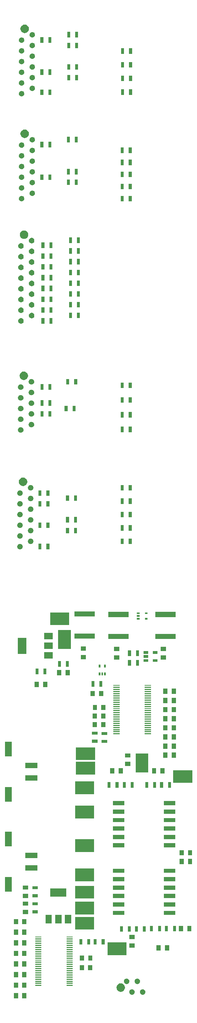
<source format=gts>
G04 #@! TF.GenerationSoftware,KiCad,Pcbnew,5.1.5-52549c5~84~ubuntu18.04.1*
G04 #@! TF.CreationDate,2020-02-28T12:30:24-05:00*
G04 #@! TF.ProjectId,BMS_peripheral_v2,424d535f-7065-4726-9970-686572616c5f,rev?*
G04 #@! TF.SameCoordinates,Original*
G04 #@! TF.FileFunction,Soldermask,Top*
G04 #@! TF.FilePolarity,Negative*
%FSLAX46Y46*%
G04 Gerber Fmt 4.6, Leading zero omitted, Abs format (unit mm)*
G04 Created by KiCad (PCBNEW 5.1.5-52549c5~84~ubuntu18.04.1) date 2020-02-28 12:30:24*
%MOMM*%
%LPD*%
G04 APERTURE LIST*
%ADD10C,0.100000*%
G04 APERTURE END LIST*
D10*
G36*
X184700000Y-377125000D02*
G01*
X183700000Y-377125000D01*
X183700000Y-375875000D01*
X184700000Y-375875000D01*
X184700000Y-377125000D01*
G37*
G36*
X182700000Y-377125000D02*
G01*
X181700000Y-377125000D01*
X181700000Y-375875000D01*
X182700000Y-375875000D01*
X182700000Y-377125000D01*
G37*
G36*
X212466338Y-374956453D02*
G01*
X212508198Y-374964779D01*
X212557196Y-374985075D01*
X212626489Y-375013777D01*
X212661816Y-375037382D01*
X212732951Y-375084912D01*
X212823488Y-375175449D01*
X212871018Y-375246584D01*
X212894623Y-375281911D01*
X212943621Y-375400203D01*
X212968600Y-375525779D01*
X212968600Y-375653821D01*
X212943621Y-375779397D01*
X212894623Y-375897689D01*
X212894622Y-375897690D01*
X212823488Y-376004151D01*
X212732951Y-376094688D01*
X212661816Y-376142218D01*
X212626489Y-376165823D01*
X212557196Y-376194525D01*
X212508198Y-376214821D01*
X212466338Y-376223147D01*
X212382621Y-376239800D01*
X212254579Y-376239800D01*
X212170862Y-376223147D01*
X212129002Y-376214821D01*
X212080004Y-376194525D01*
X212010711Y-376165823D01*
X211975384Y-376142218D01*
X211904249Y-376094688D01*
X211813712Y-376004151D01*
X211742578Y-375897690D01*
X211742577Y-375897689D01*
X211693579Y-375779397D01*
X211668600Y-375653821D01*
X211668600Y-375525779D01*
X211693579Y-375400203D01*
X211742577Y-375281911D01*
X211766182Y-375246584D01*
X211813712Y-375175449D01*
X211904249Y-375084912D01*
X211975384Y-375037382D01*
X212010711Y-375013777D01*
X212080004Y-374985075D01*
X212129002Y-374964779D01*
X212170862Y-374956453D01*
X212254579Y-374939800D01*
X212382621Y-374939800D01*
X212466338Y-374956453D01*
G37*
G36*
X209926338Y-374956453D02*
G01*
X209968198Y-374964779D01*
X210017196Y-374985075D01*
X210086489Y-375013777D01*
X210121816Y-375037382D01*
X210192951Y-375084912D01*
X210283488Y-375175449D01*
X210331018Y-375246584D01*
X210354623Y-375281911D01*
X210403621Y-375400203D01*
X210428600Y-375525779D01*
X210428600Y-375653821D01*
X210403621Y-375779397D01*
X210354623Y-375897689D01*
X210354622Y-375897690D01*
X210283488Y-376004151D01*
X210192951Y-376094688D01*
X210121816Y-376142218D01*
X210086489Y-376165823D01*
X210017196Y-376194525D01*
X209968198Y-376214821D01*
X209926338Y-376223147D01*
X209842621Y-376239800D01*
X209714579Y-376239800D01*
X209630862Y-376223147D01*
X209589002Y-376214821D01*
X209540004Y-376194525D01*
X209470711Y-376165823D01*
X209435384Y-376142218D01*
X209364249Y-376094688D01*
X209273712Y-376004151D01*
X209202578Y-375897690D01*
X209202577Y-375897689D01*
X209153579Y-375779397D01*
X209128600Y-375653821D01*
X209128600Y-375525779D01*
X209153579Y-375400203D01*
X209202577Y-375281911D01*
X209226182Y-375246584D01*
X209273712Y-375175449D01*
X209364249Y-375084912D01*
X209435384Y-375037382D01*
X209470711Y-375013777D01*
X209540004Y-374985075D01*
X209589002Y-374964779D01*
X209630862Y-374956453D01*
X209714579Y-374939800D01*
X209842621Y-374939800D01*
X209926338Y-374956453D01*
G37*
G36*
X207335890Y-373575419D02*
G01*
X207400289Y-373588229D01*
X207582278Y-373663611D01*
X207746063Y-373773049D01*
X207885351Y-373912337D01*
X207994789Y-374076122D01*
X208070171Y-374258111D01*
X208108600Y-374451309D01*
X208108600Y-374648291D01*
X208070171Y-374841489D01*
X207994789Y-375023478D01*
X207885351Y-375187263D01*
X207746063Y-375326551D01*
X207582278Y-375435989D01*
X207400289Y-375511371D01*
X207335890Y-375524181D01*
X207207093Y-375549800D01*
X207010107Y-375549800D01*
X206881310Y-375524181D01*
X206816911Y-375511371D01*
X206634922Y-375435989D01*
X206471137Y-375326551D01*
X206331849Y-375187263D01*
X206222411Y-375023478D01*
X206147029Y-374841489D01*
X206108600Y-374648291D01*
X206108600Y-374451309D01*
X206147029Y-374258111D01*
X206222411Y-374076122D01*
X206331849Y-373912337D01*
X206471137Y-373773049D01*
X206634922Y-373663611D01*
X206816911Y-373588229D01*
X206881310Y-373575419D01*
X207010107Y-373549800D01*
X207207093Y-373549800D01*
X207335890Y-373575419D01*
G37*
G36*
X184700000Y-374610710D02*
G01*
X183700000Y-374610710D01*
X183700000Y-373360710D01*
X184700000Y-373360710D01*
X184700000Y-374610710D01*
G37*
G36*
X182700000Y-374610710D02*
G01*
X181700000Y-374610710D01*
X181700000Y-373360710D01*
X182700000Y-373360710D01*
X182700000Y-374610710D01*
G37*
G36*
X195727000Y-374175000D02*
G01*
X194227000Y-374175000D01*
X194227000Y-373925000D01*
X195727000Y-373925000D01*
X195727000Y-374175000D01*
G37*
G36*
X188262000Y-374175000D02*
G01*
X186762000Y-374175000D01*
X186762000Y-373925000D01*
X188262000Y-373925000D01*
X188262000Y-374175000D01*
G37*
G36*
X211196338Y-372416453D02*
G01*
X211238198Y-372424779D01*
X211287196Y-372445075D01*
X211356489Y-372473777D01*
X211356490Y-372473778D01*
X211462951Y-372544912D01*
X211553488Y-372635449D01*
X211601018Y-372706584D01*
X211624623Y-372741911D01*
X211673621Y-372860203D01*
X211698600Y-372985779D01*
X211698600Y-373113821D01*
X211673621Y-373239397D01*
X211624623Y-373357689D01*
X211624622Y-373357690D01*
X211553488Y-373464151D01*
X211462951Y-373554688D01*
X211391816Y-373602218D01*
X211356489Y-373625823D01*
X211287196Y-373654525D01*
X211238198Y-373674821D01*
X211196338Y-373683147D01*
X211112621Y-373699800D01*
X210984579Y-373699800D01*
X210900862Y-373683147D01*
X210859002Y-373674821D01*
X210810004Y-373654525D01*
X210740711Y-373625823D01*
X210705384Y-373602218D01*
X210634249Y-373554688D01*
X210543712Y-373464151D01*
X210472578Y-373357690D01*
X210472577Y-373357689D01*
X210423579Y-373239397D01*
X210398600Y-373113821D01*
X210398600Y-372985779D01*
X210423579Y-372860203D01*
X210472577Y-372741911D01*
X210496182Y-372706584D01*
X210543712Y-372635449D01*
X210634249Y-372544912D01*
X210740710Y-372473778D01*
X210740711Y-372473777D01*
X210810004Y-372445075D01*
X210859002Y-372424779D01*
X210900862Y-372416453D01*
X210984579Y-372399800D01*
X211112621Y-372399800D01*
X211196338Y-372416453D01*
G37*
G36*
X208656338Y-372416453D02*
G01*
X208698198Y-372424779D01*
X208747196Y-372445075D01*
X208816489Y-372473777D01*
X208816490Y-372473778D01*
X208922951Y-372544912D01*
X209013488Y-372635449D01*
X209061018Y-372706584D01*
X209084623Y-372741911D01*
X209133621Y-372860203D01*
X209158600Y-372985779D01*
X209158600Y-373113821D01*
X209133621Y-373239397D01*
X209084623Y-373357689D01*
X209084622Y-373357690D01*
X209013488Y-373464151D01*
X208922951Y-373554688D01*
X208851816Y-373602218D01*
X208816489Y-373625823D01*
X208747196Y-373654525D01*
X208698198Y-373674821D01*
X208656338Y-373683147D01*
X208572621Y-373699800D01*
X208444579Y-373699800D01*
X208360862Y-373683147D01*
X208319002Y-373674821D01*
X208270004Y-373654525D01*
X208200711Y-373625823D01*
X208165384Y-373602218D01*
X208094249Y-373554688D01*
X208003712Y-373464151D01*
X207932578Y-373357690D01*
X207932577Y-373357689D01*
X207883579Y-373239397D01*
X207858600Y-373113821D01*
X207858600Y-372985779D01*
X207883579Y-372860203D01*
X207932577Y-372741911D01*
X207956182Y-372706584D01*
X208003712Y-372635449D01*
X208094249Y-372544912D01*
X208200710Y-372473778D01*
X208200711Y-372473777D01*
X208270004Y-372445075D01*
X208319002Y-372424779D01*
X208360862Y-372416453D01*
X208444579Y-372399800D01*
X208572621Y-372399800D01*
X208656338Y-372416453D01*
G37*
G36*
X188262000Y-373675000D02*
G01*
X186762000Y-373675000D01*
X186762000Y-373425000D01*
X188262000Y-373425000D01*
X188262000Y-373675000D01*
G37*
G36*
X195727000Y-373675000D02*
G01*
X194227000Y-373675000D01*
X194227000Y-373425000D01*
X195727000Y-373425000D01*
X195727000Y-373675000D01*
G37*
G36*
X188262000Y-373175000D02*
G01*
X186762000Y-373175000D01*
X186762000Y-372925000D01*
X188262000Y-372925000D01*
X188262000Y-373175000D01*
G37*
G36*
X195727000Y-373175000D02*
G01*
X194227000Y-373175000D01*
X194227000Y-372925000D01*
X195727000Y-372925000D01*
X195727000Y-373175000D01*
G37*
G36*
X188262000Y-372675000D02*
G01*
X186762000Y-372675000D01*
X186762000Y-372425000D01*
X188262000Y-372425000D01*
X188262000Y-372675000D01*
G37*
G36*
X195727000Y-372675000D02*
G01*
X194227000Y-372675000D01*
X194227000Y-372425000D01*
X195727000Y-372425000D01*
X195727000Y-372675000D01*
G37*
G36*
X188262000Y-372175000D02*
G01*
X186762000Y-372175000D01*
X186762000Y-371925000D01*
X188262000Y-371925000D01*
X188262000Y-372175000D01*
G37*
G36*
X195727000Y-372175000D02*
G01*
X194227000Y-372175000D01*
X194227000Y-371925000D01*
X195727000Y-371925000D01*
X195727000Y-372175000D01*
G37*
G36*
X184700000Y-372096425D02*
G01*
X183700000Y-372096425D01*
X183700000Y-370846425D01*
X184700000Y-370846425D01*
X184700000Y-372096425D01*
G37*
G36*
X182700000Y-372096425D02*
G01*
X181700000Y-372096425D01*
X181700000Y-370846425D01*
X182700000Y-370846425D01*
X182700000Y-372096425D01*
G37*
G36*
X188262000Y-371675000D02*
G01*
X186762000Y-371675000D01*
X186762000Y-371425000D01*
X188262000Y-371425000D01*
X188262000Y-371675000D01*
G37*
G36*
X195727000Y-371675000D02*
G01*
X194227000Y-371675000D01*
X194227000Y-371425000D01*
X195727000Y-371425000D01*
X195727000Y-371675000D01*
G37*
G36*
X195727000Y-371175000D02*
G01*
X194227000Y-371175000D01*
X194227000Y-370925000D01*
X195727000Y-370925000D01*
X195727000Y-371175000D01*
G37*
G36*
X188262000Y-371175000D02*
G01*
X186762000Y-371175000D01*
X186762000Y-370925000D01*
X188262000Y-370925000D01*
X188262000Y-371175000D01*
G37*
G36*
X195727000Y-370675000D02*
G01*
X194227000Y-370675000D01*
X194227000Y-370425000D01*
X195727000Y-370425000D01*
X195727000Y-370675000D01*
G37*
G36*
X188262000Y-370675000D02*
G01*
X186762000Y-370675000D01*
X186762000Y-370425000D01*
X188262000Y-370425000D01*
X188262000Y-370675000D01*
G37*
G36*
X200366000Y-370449000D02*
G01*
X199366000Y-370449000D01*
X199366000Y-369199000D01*
X200366000Y-369199000D01*
X200366000Y-370449000D01*
G37*
G36*
X198366000Y-370449000D02*
G01*
X197366000Y-370449000D01*
X197366000Y-369199000D01*
X198366000Y-369199000D01*
X198366000Y-370449000D01*
G37*
G36*
X195727000Y-370175000D02*
G01*
X194227000Y-370175000D01*
X194227000Y-369925000D01*
X195727000Y-369925000D01*
X195727000Y-370175000D01*
G37*
G36*
X188262000Y-370175000D02*
G01*
X186762000Y-370175000D01*
X186762000Y-369925000D01*
X188262000Y-369925000D01*
X188262000Y-370175000D01*
G37*
G36*
X195727000Y-369675000D02*
G01*
X194227000Y-369675000D01*
X194227000Y-369425000D01*
X195727000Y-369425000D01*
X195727000Y-369675000D01*
G37*
G36*
X188262000Y-369675000D02*
G01*
X186762000Y-369675000D01*
X186762000Y-369425000D01*
X188262000Y-369425000D01*
X188262000Y-369675000D01*
G37*
G36*
X182700000Y-369582140D02*
G01*
X181700000Y-369582140D01*
X181700000Y-368332140D01*
X182700000Y-368332140D01*
X182700000Y-369582140D01*
G37*
G36*
X184700000Y-369582140D02*
G01*
X183700000Y-369582140D01*
X183700000Y-368332140D01*
X184700000Y-368332140D01*
X184700000Y-369582140D01*
G37*
G36*
X195727000Y-369175000D02*
G01*
X194227000Y-369175000D01*
X194227000Y-368925000D01*
X195727000Y-368925000D01*
X195727000Y-369175000D01*
G37*
G36*
X188262000Y-369175000D02*
G01*
X186762000Y-369175000D01*
X186762000Y-368925000D01*
X188262000Y-368925000D01*
X188262000Y-369175000D01*
G37*
G36*
X195727000Y-368675000D02*
G01*
X194227000Y-368675000D01*
X194227000Y-368425000D01*
X195727000Y-368425000D01*
X195727000Y-368675000D01*
G37*
G36*
X188262000Y-368675000D02*
G01*
X186762000Y-368675000D01*
X186762000Y-368425000D01*
X188262000Y-368425000D01*
X188262000Y-368675000D01*
G37*
G36*
X188262000Y-368175000D02*
G01*
X186762000Y-368175000D01*
X186762000Y-367925000D01*
X188262000Y-367925000D01*
X188262000Y-368175000D01*
G37*
G36*
X195727000Y-368175000D02*
G01*
X194227000Y-368175000D01*
X194227000Y-367925000D01*
X195727000Y-367925000D01*
X195727000Y-368175000D01*
G37*
G36*
X198382000Y-368163000D02*
G01*
X197382000Y-368163000D01*
X197382000Y-366913000D01*
X198382000Y-366913000D01*
X198382000Y-368163000D01*
G37*
G36*
X200382000Y-368163000D02*
G01*
X199382000Y-368163000D01*
X199382000Y-366913000D01*
X200382000Y-366913000D01*
X200382000Y-368163000D01*
G37*
G36*
X188262000Y-367675000D02*
G01*
X186762000Y-367675000D01*
X186762000Y-367425000D01*
X188262000Y-367425000D01*
X188262000Y-367675000D01*
G37*
G36*
X195727000Y-367675000D02*
G01*
X194227000Y-367675000D01*
X194227000Y-367425000D01*
X195727000Y-367425000D01*
X195727000Y-367675000D01*
G37*
G36*
X188262000Y-367175000D02*
G01*
X186762000Y-367175000D01*
X186762000Y-366925000D01*
X188262000Y-366925000D01*
X188262000Y-367175000D01*
G37*
G36*
X195727000Y-367175000D02*
G01*
X194227000Y-367175000D01*
X194227000Y-366925000D01*
X195727000Y-366925000D01*
X195727000Y-367175000D01*
G37*
G36*
X182700000Y-367067855D02*
G01*
X181700000Y-367067855D01*
X181700000Y-365817855D01*
X182700000Y-365817855D01*
X182700000Y-367067855D01*
G37*
G36*
X184700000Y-367067855D02*
G01*
X183700000Y-367067855D01*
X183700000Y-365817855D01*
X184700000Y-365817855D01*
X184700000Y-367067855D01*
G37*
G36*
X208472600Y-366828200D02*
G01*
X203972600Y-366828200D01*
X203972600Y-363828200D01*
X208472600Y-363828200D01*
X208472600Y-366828200D01*
G37*
G36*
X195727000Y-366675000D02*
G01*
X194227000Y-366675000D01*
X194227000Y-366425000D01*
X195727000Y-366425000D01*
X195727000Y-366675000D01*
G37*
G36*
X188262000Y-366675000D02*
G01*
X186762000Y-366675000D01*
X186762000Y-366425000D01*
X188262000Y-366425000D01*
X188262000Y-366675000D01*
G37*
G36*
X188262000Y-366175000D02*
G01*
X186762000Y-366175000D01*
X186762000Y-365925000D01*
X188262000Y-365925000D01*
X188262000Y-366175000D01*
G37*
G36*
X195727000Y-366175000D02*
G01*
X194227000Y-366175000D01*
X194227000Y-365925000D01*
X195727000Y-365925000D01*
X195727000Y-366175000D01*
G37*
G36*
X216600600Y-365757200D02*
G01*
X215600600Y-365757200D01*
X215600600Y-364507200D01*
X216600600Y-364507200D01*
X216600600Y-365757200D01*
G37*
G36*
X218600600Y-365757200D02*
G01*
X217600600Y-365757200D01*
X217600600Y-364507200D01*
X218600600Y-364507200D01*
X218600600Y-365757200D01*
G37*
G36*
X195727000Y-365675000D02*
G01*
X194227000Y-365675000D01*
X194227000Y-365425000D01*
X195727000Y-365425000D01*
X195727000Y-365675000D01*
G37*
G36*
X188262000Y-365675000D02*
G01*
X186762000Y-365675000D01*
X186762000Y-365425000D01*
X188262000Y-365425000D01*
X188262000Y-365675000D01*
G37*
G36*
X195727000Y-365175000D02*
G01*
X194227000Y-365175000D01*
X194227000Y-364925000D01*
X195727000Y-364925000D01*
X195727000Y-365175000D01*
G37*
G36*
X188262000Y-365175000D02*
G01*
X186762000Y-365175000D01*
X186762000Y-364925000D01*
X188262000Y-364925000D01*
X188262000Y-365175000D01*
G37*
G36*
X210421800Y-365075600D02*
G01*
X209171800Y-365075600D01*
X209171800Y-364075600D01*
X210421800Y-364075600D01*
X210421800Y-365075600D01*
G37*
G36*
X195727000Y-364675000D02*
G01*
X194227000Y-364675000D01*
X194227000Y-364425000D01*
X195727000Y-364425000D01*
X195727000Y-364675000D01*
G37*
G36*
X188262000Y-364675000D02*
G01*
X186762000Y-364675000D01*
X186762000Y-364425000D01*
X188262000Y-364425000D01*
X188262000Y-364675000D01*
G37*
G36*
X184700000Y-364553570D02*
G01*
X183700000Y-364553570D01*
X183700000Y-363303570D01*
X184700000Y-363303570D01*
X184700000Y-364553570D01*
G37*
G36*
X182700000Y-364553570D02*
G01*
X181700000Y-364553570D01*
X181700000Y-363303570D01*
X182700000Y-363303570D01*
X182700000Y-364553570D01*
G37*
G36*
X203280800Y-364352600D02*
G01*
X202580800Y-364352600D01*
X202580800Y-363052600D01*
X203280800Y-363052600D01*
X203280800Y-364352600D01*
G37*
G36*
X201380800Y-364352600D02*
G01*
X200680800Y-364352600D01*
X200680800Y-363052600D01*
X201380800Y-363052600D01*
X201380800Y-364352600D01*
G37*
G36*
X197951800Y-364352600D02*
G01*
X197251800Y-364352600D01*
X197251800Y-363052600D01*
X197951800Y-363052600D01*
X197951800Y-364352600D01*
G37*
G36*
X199851800Y-364352600D02*
G01*
X199151800Y-364352600D01*
X199151800Y-363052600D01*
X199851800Y-363052600D01*
X199851800Y-364352600D01*
G37*
G36*
X195727000Y-364175000D02*
G01*
X194227000Y-364175000D01*
X194227000Y-363925000D01*
X195727000Y-363925000D01*
X195727000Y-364175000D01*
G37*
G36*
X188262000Y-364175000D02*
G01*
X186762000Y-364175000D01*
X186762000Y-363925000D01*
X188262000Y-363925000D01*
X188262000Y-364175000D01*
G37*
G36*
X195727000Y-363675000D02*
G01*
X194227000Y-363675000D01*
X194227000Y-363425000D01*
X195727000Y-363425000D01*
X195727000Y-363675000D01*
G37*
G36*
X188262000Y-363675000D02*
G01*
X186762000Y-363675000D01*
X186762000Y-363425000D01*
X188262000Y-363425000D01*
X188262000Y-363675000D01*
G37*
G36*
X188262000Y-363175000D02*
G01*
X186762000Y-363175000D01*
X186762000Y-362925000D01*
X188262000Y-362925000D01*
X188262000Y-363175000D01*
G37*
G36*
X195727000Y-363175000D02*
G01*
X194227000Y-363175000D01*
X194227000Y-362925000D01*
X195727000Y-362925000D01*
X195727000Y-363175000D01*
G37*
G36*
X210421800Y-363075600D02*
G01*
X209171800Y-363075600D01*
X209171800Y-362075600D01*
X210421800Y-362075600D01*
X210421800Y-363075600D01*
G37*
G36*
X188262000Y-362675000D02*
G01*
X186762000Y-362675000D01*
X186762000Y-362425000D01*
X188262000Y-362425000D01*
X188262000Y-362675000D01*
G37*
G36*
X195727000Y-362675000D02*
G01*
X194227000Y-362675000D01*
X194227000Y-362425000D01*
X195727000Y-362425000D01*
X195727000Y-362675000D01*
G37*
G36*
X184700000Y-362039285D02*
G01*
X183700000Y-362039285D01*
X183700000Y-360789285D01*
X184700000Y-360789285D01*
X184700000Y-362039285D01*
G37*
G36*
X182700000Y-362039285D02*
G01*
X181700000Y-362039285D01*
X181700000Y-360789285D01*
X182700000Y-360789285D01*
X182700000Y-362039285D01*
G37*
G36*
X209513000Y-361272000D02*
G01*
X208813000Y-361272000D01*
X208813000Y-359972000D01*
X209513000Y-359972000D01*
X209513000Y-361272000D01*
G37*
G36*
X213069000Y-361272000D02*
G01*
X212369000Y-361272000D01*
X212369000Y-359972000D01*
X213069000Y-359972000D01*
X213069000Y-361272000D01*
G37*
G36*
X211169000Y-361272000D02*
G01*
X210469000Y-361272000D01*
X210469000Y-359972000D01*
X211169000Y-359972000D01*
X211169000Y-361272000D01*
G37*
G36*
X207613000Y-361272000D02*
G01*
X206913000Y-361272000D01*
X206913000Y-359972000D01*
X207613000Y-359972000D01*
X207613000Y-361272000D01*
G37*
G36*
X216675800Y-361221200D02*
G01*
X215975800Y-361221200D01*
X215975800Y-359921200D01*
X216675800Y-359921200D01*
X216675800Y-361221200D01*
G37*
G36*
X220231800Y-361221200D02*
G01*
X219531800Y-361221200D01*
X219531800Y-359921200D01*
X220231800Y-359921200D01*
X220231800Y-361221200D01*
G37*
G36*
X218331800Y-361221200D02*
G01*
X217631800Y-361221200D01*
X217631800Y-359921200D01*
X218331800Y-359921200D01*
X218331800Y-361221200D01*
G37*
G36*
X214775800Y-361221200D02*
G01*
X214075800Y-361221200D01*
X214075800Y-359921200D01*
X214775800Y-359921200D01*
X214775800Y-361221200D01*
G37*
G36*
X223918600Y-361185200D02*
G01*
X222918600Y-361185200D01*
X222918600Y-359935200D01*
X223918600Y-359935200D01*
X223918600Y-361185200D01*
G37*
G36*
X221918600Y-361185200D02*
G01*
X220918600Y-361185200D01*
X220918600Y-359935200D01*
X221918600Y-359935200D01*
X221918600Y-361185200D01*
G37*
G36*
X200801800Y-360808400D02*
G01*
X196301800Y-360808400D01*
X196301800Y-357808400D01*
X200801800Y-357808400D01*
X200801800Y-360808400D01*
G37*
G36*
X182700000Y-359525000D02*
G01*
X181700000Y-359525000D01*
X181700000Y-358275000D01*
X182700000Y-358275000D01*
X182700000Y-359525000D01*
G37*
G36*
X184700000Y-359525000D02*
G01*
X183700000Y-359525000D01*
X183700000Y-358275000D01*
X184700000Y-358275000D01*
X184700000Y-359525000D01*
G37*
G36*
X190728000Y-359292800D02*
G01*
X189228000Y-359292800D01*
X189228000Y-357292800D01*
X190728000Y-357292800D01*
X190728000Y-359292800D01*
G37*
G36*
X195328000Y-359292800D02*
G01*
X193828000Y-359292800D01*
X193828000Y-357292800D01*
X195328000Y-357292800D01*
X195328000Y-359292800D01*
G37*
G36*
X193028000Y-359292800D02*
G01*
X191528000Y-359292800D01*
X191528000Y-357292800D01*
X193028000Y-357292800D01*
X193028000Y-359292800D01*
G37*
G36*
X207989200Y-357340800D02*
G01*
X205289200Y-357340800D01*
X205289200Y-356340800D01*
X207989200Y-356340800D01*
X207989200Y-357340800D01*
G37*
G36*
X220059200Y-357340800D02*
G01*
X217359200Y-357340800D01*
X217359200Y-356340800D01*
X220059200Y-356340800D01*
X220059200Y-357340800D01*
G37*
G36*
X200801800Y-357201600D02*
G01*
X196301800Y-357201600D01*
X196301800Y-354201600D01*
X200801800Y-354201600D01*
X200801800Y-357201600D01*
G37*
G36*
X185079000Y-357124800D02*
G01*
X183829000Y-357124800D01*
X183829000Y-356124800D01*
X185079000Y-356124800D01*
X185079000Y-357124800D01*
G37*
G36*
X187390000Y-356924800D02*
G01*
X186090000Y-356924800D01*
X186090000Y-356224800D01*
X187390000Y-356224800D01*
X187390000Y-356924800D01*
G37*
G36*
X207989200Y-355340800D02*
G01*
X205289200Y-355340800D01*
X205289200Y-354340800D01*
X207989200Y-354340800D01*
X207989200Y-355340800D01*
G37*
G36*
X220059200Y-355340800D02*
G01*
X217359200Y-355340800D01*
X217359200Y-354340800D01*
X220059200Y-354340800D01*
X220059200Y-355340800D01*
G37*
G36*
X185079000Y-355124800D02*
G01*
X183829000Y-355124800D01*
X183829000Y-354124800D01*
X185079000Y-354124800D01*
X185079000Y-355124800D01*
G37*
G36*
X187390000Y-355024800D02*
G01*
X186090000Y-355024800D01*
X186090000Y-354324800D01*
X187390000Y-354324800D01*
X187390000Y-355024800D01*
G37*
G36*
X200801800Y-353417000D02*
G01*
X196301800Y-353417000D01*
X196301800Y-350417000D01*
X200801800Y-350417000D01*
X200801800Y-353417000D01*
G37*
G36*
X220059200Y-353340800D02*
G01*
X217359200Y-353340800D01*
X217359200Y-352340800D01*
X220059200Y-352340800D01*
X220059200Y-353340800D01*
G37*
G36*
X207989200Y-353340800D02*
G01*
X205289200Y-353340800D01*
X205289200Y-352340800D01*
X207989200Y-352340800D01*
X207989200Y-353340800D01*
G37*
G36*
X185079000Y-353314800D02*
G01*
X183829000Y-353314800D01*
X183829000Y-352314800D01*
X185079000Y-352314800D01*
X185079000Y-353314800D01*
G37*
G36*
X187390000Y-353114800D02*
G01*
X186090000Y-353114800D01*
X186090000Y-352414800D01*
X187390000Y-352414800D01*
X187390000Y-353114800D01*
G37*
G36*
X194178000Y-352992800D02*
G01*
X190378000Y-352992800D01*
X190378000Y-350992800D01*
X194178000Y-350992800D01*
X194178000Y-352992800D01*
G37*
G36*
X181229000Y-351773000D02*
G01*
X179579000Y-351773000D01*
X179579000Y-348343000D01*
X181229000Y-348343000D01*
X181229000Y-351773000D01*
G37*
G36*
X207989200Y-351340800D02*
G01*
X205289200Y-351340800D01*
X205289200Y-350340800D01*
X207989200Y-350340800D01*
X207989200Y-351340800D01*
G37*
G36*
X220059200Y-351340800D02*
G01*
X217359200Y-351340800D01*
X217359200Y-350340800D01*
X220059200Y-350340800D01*
X220059200Y-351340800D01*
G37*
G36*
X185079000Y-351314800D02*
G01*
X183829000Y-351314800D01*
X183829000Y-350314800D01*
X185079000Y-350314800D01*
X185079000Y-351314800D01*
G37*
G36*
X187390000Y-351214800D02*
G01*
X186090000Y-351214800D01*
X186090000Y-350514800D01*
X187390000Y-350514800D01*
X187390000Y-351214800D01*
G37*
G36*
X207989200Y-349340800D02*
G01*
X205289200Y-349340800D01*
X205289200Y-348340800D01*
X207989200Y-348340800D01*
X207989200Y-349340800D01*
G37*
G36*
X220059200Y-349340800D02*
G01*
X217359200Y-349340800D01*
X217359200Y-348340800D01*
X220059200Y-348340800D01*
X220059200Y-349340800D01*
G37*
G36*
X200801800Y-349302200D02*
G01*
X196301800Y-349302200D01*
X196301800Y-346302200D01*
X200801800Y-346302200D01*
X200801800Y-349302200D01*
G37*
G36*
X207989200Y-347340800D02*
G01*
X205289200Y-347340800D01*
X205289200Y-346340800D01*
X207989200Y-346340800D01*
X207989200Y-347340800D01*
G37*
G36*
X220059200Y-347340800D02*
G01*
X217359200Y-347340800D01*
X217359200Y-346340800D01*
X220059200Y-346340800D01*
X220059200Y-347340800D01*
G37*
G36*
X187324000Y-346813000D02*
G01*
X184404000Y-346813000D01*
X184404000Y-345543000D01*
X187324000Y-345543000D01*
X187324000Y-346813000D01*
G37*
G36*
X224080200Y-345277600D02*
G01*
X223080200Y-345277600D01*
X223080200Y-344027600D01*
X224080200Y-344027600D01*
X224080200Y-345277600D01*
G37*
G36*
X222080200Y-345277600D02*
G01*
X221080200Y-345277600D01*
X221080200Y-344027600D01*
X222080200Y-344027600D01*
X222080200Y-345277600D01*
G37*
G36*
X187324000Y-343813000D02*
G01*
X184404000Y-343813000D01*
X184404000Y-342543000D01*
X187324000Y-342543000D01*
X187324000Y-343813000D01*
G37*
G36*
X222080200Y-343194800D02*
G01*
X221080200Y-343194800D01*
X221080200Y-341944800D01*
X222080200Y-341944800D01*
X222080200Y-343194800D01*
G37*
G36*
X224080200Y-343194800D02*
G01*
X223080200Y-343194800D01*
X223080200Y-341944800D01*
X224080200Y-341944800D01*
X224080200Y-343194800D01*
G37*
G36*
X200801800Y-342368000D02*
G01*
X196301800Y-342368000D01*
X196301800Y-339368000D01*
X200801800Y-339368000D01*
X200801800Y-342368000D01*
G37*
G36*
X207989200Y-341313400D02*
G01*
X205289200Y-341313400D01*
X205289200Y-340313400D01*
X207989200Y-340313400D01*
X207989200Y-341313400D01*
G37*
G36*
X220059200Y-341313400D02*
G01*
X217359200Y-341313400D01*
X217359200Y-340313400D01*
X220059200Y-340313400D01*
X220059200Y-341313400D01*
G37*
G36*
X181229000Y-341013000D02*
G01*
X179579000Y-341013000D01*
X179579000Y-337583000D01*
X181229000Y-337583000D01*
X181229000Y-341013000D01*
G37*
G36*
X207989200Y-339313400D02*
G01*
X205289200Y-339313400D01*
X205289200Y-338313400D01*
X207989200Y-338313400D01*
X207989200Y-339313400D01*
G37*
G36*
X220059200Y-339313400D02*
G01*
X217359200Y-339313400D01*
X217359200Y-338313400D01*
X220059200Y-338313400D01*
X220059200Y-339313400D01*
G37*
G36*
X207989200Y-337313400D02*
G01*
X205289200Y-337313400D01*
X205289200Y-336313400D01*
X207989200Y-336313400D01*
X207989200Y-337313400D01*
G37*
G36*
X220059200Y-337313400D02*
G01*
X217359200Y-337313400D01*
X217359200Y-336313400D01*
X220059200Y-336313400D01*
X220059200Y-337313400D01*
G37*
G36*
X207989200Y-335313400D02*
G01*
X205289200Y-335313400D01*
X205289200Y-334313400D01*
X207989200Y-334313400D01*
X207989200Y-335313400D01*
G37*
G36*
X220059200Y-335313400D02*
G01*
X217359200Y-335313400D01*
X217359200Y-334313400D01*
X220059200Y-334313400D01*
X220059200Y-335313400D01*
G37*
G36*
X200801800Y-334417800D02*
G01*
X196301800Y-334417800D01*
X196301800Y-331417800D01*
X200801800Y-331417800D01*
X200801800Y-334417800D01*
G37*
G36*
X220059200Y-333313400D02*
G01*
X217359200Y-333313400D01*
X217359200Y-332313400D01*
X220059200Y-332313400D01*
X220059200Y-333313400D01*
G37*
G36*
X207989200Y-333313400D02*
G01*
X205289200Y-333313400D01*
X205289200Y-332313400D01*
X207989200Y-332313400D01*
X207989200Y-333313400D01*
G37*
G36*
X220059200Y-331313400D02*
G01*
X217359200Y-331313400D01*
X217359200Y-330313400D01*
X220059200Y-330313400D01*
X220059200Y-331313400D01*
G37*
G36*
X207989200Y-331313400D02*
G01*
X205289200Y-331313400D01*
X205289200Y-330313400D01*
X207989200Y-330313400D01*
X207989200Y-331313400D01*
G37*
G36*
X181229000Y-330437000D02*
G01*
X179579000Y-330437000D01*
X179579000Y-327007000D01*
X181229000Y-327007000D01*
X181229000Y-330437000D01*
G37*
G36*
X200801800Y-328652000D02*
G01*
X196301800Y-328652000D01*
X196301800Y-325652000D01*
X200801800Y-325652000D01*
X200801800Y-328652000D01*
G37*
G36*
X213634400Y-327142800D02*
G01*
X212934400Y-327142800D01*
X212934400Y-325842800D01*
X213634400Y-325842800D01*
X213634400Y-327142800D01*
G37*
G36*
X215534400Y-327142800D02*
G01*
X214834400Y-327142800D01*
X214834400Y-325842800D01*
X215534400Y-325842800D01*
X215534400Y-327142800D01*
G37*
G36*
X217165000Y-327117400D02*
G01*
X216465000Y-327117400D01*
X216465000Y-325817400D01*
X217165000Y-325817400D01*
X217165000Y-327117400D01*
G37*
G36*
X219065000Y-327117400D02*
G01*
X218365000Y-327117400D01*
X218365000Y-325817400D01*
X219065000Y-325817400D01*
X219065000Y-327117400D01*
G37*
G36*
X204668200Y-327117400D02*
G01*
X203968200Y-327117400D01*
X203968200Y-325817400D01*
X204668200Y-325817400D01*
X204668200Y-327117400D01*
G37*
G36*
X208290200Y-327117400D02*
G01*
X207590200Y-327117400D01*
X207590200Y-325817400D01*
X208290200Y-325817400D01*
X208290200Y-327117400D01*
G37*
G36*
X206568200Y-327117400D02*
G01*
X205868200Y-327117400D01*
X205868200Y-325817400D01*
X206568200Y-325817400D01*
X206568200Y-327117400D01*
G37*
G36*
X210190200Y-327117400D02*
G01*
X209490200Y-327117400D01*
X209490200Y-325817400D01*
X210190200Y-325817400D01*
X210190200Y-327117400D01*
G37*
G36*
X224093600Y-326010400D02*
G01*
X219593600Y-326010400D01*
X219593600Y-323010400D01*
X224093600Y-323010400D01*
X224093600Y-326010400D01*
G37*
G36*
X187324000Y-325477000D02*
G01*
X184404000Y-325477000D01*
X184404000Y-324207000D01*
X187324000Y-324207000D01*
X187324000Y-325477000D01*
G37*
G36*
X200979600Y-324003800D02*
G01*
X196479600Y-324003800D01*
X196479600Y-321003800D01*
X200979600Y-321003800D01*
X200979600Y-324003800D01*
G37*
G36*
X205595600Y-323763800D02*
G01*
X204595600Y-323763800D01*
X204595600Y-322513800D01*
X205595600Y-322513800D01*
X205595600Y-323763800D01*
G37*
G36*
X207595600Y-323763800D02*
G01*
X206595600Y-323763800D01*
X206595600Y-322513800D01*
X207595600Y-322513800D01*
X207595600Y-323763800D01*
G37*
G36*
X215527000Y-323738400D02*
G01*
X214527000Y-323738400D01*
X214527000Y-322488400D01*
X215527000Y-322488400D01*
X215527000Y-323738400D01*
G37*
G36*
X217527000Y-323738400D02*
G01*
X216527000Y-323738400D01*
X216527000Y-322488400D01*
X217527000Y-322488400D01*
X217527000Y-323738400D01*
G37*
G36*
X213640800Y-323509200D02*
G01*
X210640800Y-323509200D01*
X210640800Y-319009200D01*
X213640800Y-319009200D01*
X213640800Y-323509200D01*
G37*
G36*
X187324000Y-322477000D02*
G01*
X184404000Y-322477000D01*
X184404000Y-321207000D01*
X187324000Y-321207000D01*
X187324000Y-322477000D01*
G37*
G36*
X209362200Y-321997200D02*
G01*
X208112200Y-321997200D01*
X208112200Y-320997200D01*
X209362200Y-320997200D01*
X209362200Y-321997200D01*
G37*
G36*
X200979600Y-320574800D02*
G01*
X196479600Y-320574800D01*
X196479600Y-317574800D01*
X200979600Y-317574800D01*
X200979600Y-320574800D01*
G37*
G36*
X220220480Y-320063000D02*
G01*
X219220480Y-320063000D01*
X219220480Y-318813000D01*
X220220480Y-318813000D01*
X220220480Y-320063000D01*
G37*
G36*
X218220480Y-320063000D02*
G01*
X217220480Y-320063000D01*
X217220480Y-318813000D01*
X218220480Y-318813000D01*
X218220480Y-320063000D01*
G37*
G36*
X209362200Y-319997200D02*
G01*
X208112200Y-319997200D01*
X208112200Y-318997200D01*
X209362200Y-318997200D01*
X209362200Y-319997200D01*
G37*
G36*
X181229000Y-319677000D02*
G01*
X179579000Y-319677000D01*
X179579000Y-316247000D01*
X181229000Y-316247000D01*
X181229000Y-319677000D01*
G37*
G36*
X218220480Y-317896592D02*
G01*
X217220480Y-317896592D01*
X217220480Y-316646592D01*
X218220480Y-316646592D01*
X218220480Y-317896592D01*
G37*
G36*
X220220480Y-317896592D02*
G01*
X219220480Y-317896592D01*
X219220480Y-316646592D01*
X220220480Y-316646592D01*
X220220480Y-317896592D01*
G37*
G36*
X203875400Y-316514000D02*
G01*
X202575400Y-316514000D01*
X202575400Y-315814000D01*
X203875400Y-315814000D01*
X203875400Y-316514000D01*
G37*
G36*
X201589400Y-316448000D02*
G01*
X200289400Y-316448000D01*
X200289400Y-315748000D01*
X201589400Y-315748000D01*
X201589400Y-316448000D01*
G37*
G36*
X218220480Y-315730190D02*
G01*
X217220480Y-315730190D01*
X217220480Y-314480190D01*
X218220480Y-314480190D01*
X218220480Y-315730190D01*
G37*
G36*
X220220480Y-315730190D02*
G01*
X219220480Y-315730190D01*
X219220480Y-314480190D01*
X220220480Y-314480190D01*
X220220480Y-315730190D01*
G37*
G36*
X203875400Y-314614000D02*
G01*
X202575400Y-314614000D01*
X202575400Y-313914000D01*
X203875400Y-313914000D01*
X203875400Y-314614000D01*
G37*
G36*
X201589400Y-314548000D02*
G01*
X200289400Y-314548000D01*
X200289400Y-313848000D01*
X201589400Y-313848000D01*
X201589400Y-314548000D01*
G37*
G36*
X206864400Y-314485000D02*
G01*
X205364400Y-314485000D01*
X205364400Y-314235000D01*
X206864400Y-314235000D01*
X206864400Y-314485000D01*
G37*
G36*
X214329400Y-314485000D02*
G01*
X212829400Y-314485000D01*
X212829400Y-314235000D01*
X214329400Y-314235000D01*
X214329400Y-314485000D01*
G37*
G36*
X214329400Y-313985000D02*
G01*
X212829400Y-313985000D01*
X212829400Y-313735000D01*
X214329400Y-313735000D01*
X214329400Y-313985000D01*
G37*
G36*
X206864400Y-313985000D02*
G01*
X205364400Y-313985000D01*
X205364400Y-313735000D01*
X206864400Y-313735000D01*
X206864400Y-313985000D01*
G37*
G36*
X220220480Y-313563788D02*
G01*
X219220480Y-313563788D01*
X219220480Y-312313788D01*
X220220480Y-312313788D01*
X220220480Y-313563788D01*
G37*
G36*
X218220480Y-313563788D02*
G01*
X217220480Y-313563788D01*
X217220480Y-312313788D01*
X218220480Y-312313788D01*
X218220480Y-313563788D01*
G37*
G36*
X214329400Y-313485000D02*
G01*
X212829400Y-313485000D01*
X212829400Y-313235000D01*
X214329400Y-313235000D01*
X214329400Y-313485000D01*
G37*
G36*
X206864400Y-313485000D02*
G01*
X205364400Y-313485000D01*
X205364400Y-313235000D01*
X206864400Y-313235000D01*
X206864400Y-313485000D01*
G37*
G36*
X214329400Y-312985000D02*
G01*
X212829400Y-312985000D01*
X212829400Y-312735000D01*
X214329400Y-312735000D01*
X214329400Y-312985000D01*
G37*
G36*
X206864400Y-312985000D02*
G01*
X205364400Y-312985000D01*
X205364400Y-312735000D01*
X206864400Y-312735000D01*
X206864400Y-312985000D01*
G37*
G36*
X201455400Y-312791000D02*
G01*
X200455400Y-312791000D01*
X200455400Y-311541000D01*
X201455400Y-311541000D01*
X201455400Y-312791000D01*
G37*
G36*
X203455400Y-312791000D02*
G01*
X202455400Y-312791000D01*
X202455400Y-311541000D01*
X203455400Y-311541000D01*
X203455400Y-312791000D01*
G37*
G36*
X206864400Y-312485000D02*
G01*
X205364400Y-312485000D01*
X205364400Y-312235000D01*
X206864400Y-312235000D01*
X206864400Y-312485000D01*
G37*
G36*
X214329400Y-312485000D02*
G01*
X212829400Y-312485000D01*
X212829400Y-312235000D01*
X214329400Y-312235000D01*
X214329400Y-312485000D01*
G37*
G36*
X214329400Y-311985000D02*
G01*
X212829400Y-311985000D01*
X212829400Y-311735000D01*
X214329400Y-311735000D01*
X214329400Y-311985000D01*
G37*
G36*
X206864400Y-311985000D02*
G01*
X205364400Y-311985000D01*
X205364400Y-311735000D01*
X206864400Y-311735000D01*
X206864400Y-311985000D01*
G37*
G36*
X214329400Y-311485000D02*
G01*
X212829400Y-311485000D01*
X212829400Y-311235000D01*
X214329400Y-311235000D01*
X214329400Y-311485000D01*
G37*
G36*
X206864400Y-311485000D02*
G01*
X205364400Y-311485000D01*
X205364400Y-311235000D01*
X206864400Y-311235000D01*
X206864400Y-311485000D01*
G37*
G36*
X220220480Y-311397386D02*
G01*
X219220480Y-311397386D01*
X219220480Y-310147386D01*
X220220480Y-310147386D01*
X220220480Y-311397386D01*
G37*
G36*
X218220480Y-311397386D02*
G01*
X217220480Y-311397386D01*
X217220480Y-310147386D01*
X218220480Y-310147386D01*
X218220480Y-311397386D01*
G37*
G36*
X206864400Y-310985000D02*
G01*
X205364400Y-310985000D01*
X205364400Y-310735000D01*
X206864400Y-310735000D01*
X206864400Y-310985000D01*
G37*
G36*
X214329400Y-310985000D02*
G01*
X212829400Y-310985000D01*
X212829400Y-310735000D01*
X214329400Y-310735000D01*
X214329400Y-310985000D01*
G37*
G36*
X201455400Y-310759000D02*
G01*
X200455400Y-310759000D01*
X200455400Y-309509000D01*
X201455400Y-309509000D01*
X201455400Y-310759000D01*
G37*
G36*
X203455400Y-310759000D02*
G01*
X202455400Y-310759000D01*
X202455400Y-309509000D01*
X203455400Y-309509000D01*
X203455400Y-310759000D01*
G37*
G36*
X206864400Y-310485000D02*
G01*
X205364400Y-310485000D01*
X205364400Y-310235000D01*
X206864400Y-310235000D01*
X206864400Y-310485000D01*
G37*
G36*
X214329400Y-310485000D02*
G01*
X212829400Y-310485000D01*
X212829400Y-310235000D01*
X214329400Y-310235000D01*
X214329400Y-310485000D01*
G37*
G36*
X214329400Y-309985000D02*
G01*
X212829400Y-309985000D01*
X212829400Y-309735000D01*
X214329400Y-309735000D01*
X214329400Y-309985000D01*
G37*
G36*
X206864400Y-309985000D02*
G01*
X205364400Y-309985000D01*
X205364400Y-309735000D01*
X206864400Y-309735000D01*
X206864400Y-309985000D01*
G37*
G36*
X206864400Y-309485000D02*
G01*
X205364400Y-309485000D01*
X205364400Y-309235000D01*
X206864400Y-309235000D01*
X206864400Y-309485000D01*
G37*
G36*
X214329400Y-309485000D02*
G01*
X212829400Y-309485000D01*
X212829400Y-309235000D01*
X214329400Y-309235000D01*
X214329400Y-309485000D01*
G37*
G36*
X220220480Y-309230984D02*
G01*
X219220480Y-309230984D01*
X219220480Y-307980984D01*
X220220480Y-307980984D01*
X220220480Y-309230984D01*
G37*
G36*
X218220480Y-309230984D02*
G01*
X217220480Y-309230984D01*
X217220480Y-307980984D01*
X218220480Y-307980984D01*
X218220480Y-309230984D01*
G37*
G36*
X214329400Y-308985000D02*
G01*
X212829400Y-308985000D01*
X212829400Y-308735000D01*
X214329400Y-308735000D01*
X214329400Y-308985000D01*
G37*
G36*
X206864400Y-308985000D02*
G01*
X205364400Y-308985000D01*
X205364400Y-308735000D01*
X206864400Y-308735000D01*
X206864400Y-308985000D01*
G37*
G36*
X203471400Y-308727000D02*
G01*
X202471400Y-308727000D01*
X202471400Y-307477000D01*
X203471400Y-307477000D01*
X203471400Y-308727000D01*
G37*
G36*
X201471400Y-308727000D02*
G01*
X200471400Y-308727000D01*
X200471400Y-307477000D01*
X201471400Y-307477000D01*
X201471400Y-308727000D01*
G37*
G36*
X214329400Y-308485000D02*
G01*
X212829400Y-308485000D01*
X212829400Y-308235000D01*
X214329400Y-308235000D01*
X214329400Y-308485000D01*
G37*
G36*
X206864400Y-308485000D02*
G01*
X205364400Y-308485000D01*
X205364400Y-308235000D01*
X206864400Y-308235000D01*
X206864400Y-308485000D01*
G37*
G36*
X206864400Y-307985000D02*
G01*
X205364400Y-307985000D01*
X205364400Y-307735000D01*
X206864400Y-307735000D01*
X206864400Y-307985000D01*
G37*
G36*
X214329400Y-307985000D02*
G01*
X212829400Y-307985000D01*
X212829400Y-307735000D01*
X214329400Y-307735000D01*
X214329400Y-307985000D01*
G37*
G36*
X214329400Y-307485000D02*
G01*
X212829400Y-307485000D01*
X212829400Y-307235000D01*
X214329400Y-307235000D01*
X214329400Y-307485000D01*
G37*
G36*
X206864400Y-307485000D02*
G01*
X205364400Y-307485000D01*
X205364400Y-307235000D01*
X206864400Y-307235000D01*
X206864400Y-307485000D01*
G37*
G36*
X218220480Y-307064582D02*
G01*
X217220480Y-307064582D01*
X217220480Y-305814582D01*
X218220480Y-305814582D01*
X218220480Y-307064582D01*
G37*
G36*
X220220480Y-307064582D02*
G01*
X219220480Y-307064582D01*
X219220480Y-305814582D01*
X220220480Y-305814582D01*
X220220480Y-307064582D01*
G37*
G36*
X206864400Y-306985000D02*
G01*
X205364400Y-306985000D01*
X205364400Y-306735000D01*
X206864400Y-306735000D01*
X206864400Y-306985000D01*
G37*
G36*
X214329400Y-306985000D02*
G01*
X212829400Y-306985000D01*
X212829400Y-306735000D01*
X214329400Y-306735000D01*
X214329400Y-306985000D01*
G37*
G36*
X206864400Y-306485000D02*
G01*
X205364400Y-306485000D01*
X205364400Y-306235000D01*
X206864400Y-306235000D01*
X206864400Y-306485000D01*
G37*
G36*
X214329400Y-306485000D02*
G01*
X212829400Y-306485000D01*
X212829400Y-306235000D01*
X214329400Y-306235000D01*
X214329400Y-306485000D01*
G37*
G36*
X214329400Y-305985000D02*
G01*
X212829400Y-305985000D01*
X212829400Y-305735000D01*
X214329400Y-305735000D01*
X214329400Y-305985000D01*
G37*
G36*
X206864400Y-305985000D02*
G01*
X205364400Y-305985000D01*
X205364400Y-305735000D01*
X206864400Y-305735000D01*
X206864400Y-305985000D01*
G37*
G36*
X214329400Y-305485000D02*
G01*
X212829400Y-305485000D01*
X212829400Y-305235000D01*
X214329400Y-305235000D01*
X214329400Y-305485000D01*
G37*
G36*
X206864400Y-305485000D02*
G01*
X205364400Y-305485000D01*
X205364400Y-305235000D01*
X206864400Y-305235000D01*
X206864400Y-305485000D01*
G37*
G36*
X202947400Y-305425000D02*
G01*
X201947400Y-305425000D01*
X201947400Y-304175000D01*
X202947400Y-304175000D01*
X202947400Y-305425000D01*
G37*
G36*
X200947400Y-305425000D02*
G01*
X199947400Y-305425000D01*
X199947400Y-304175000D01*
X200947400Y-304175000D01*
X200947400Y-305425000D01*
G37*
G36*
X214329400Y-304985000D02*
G01*
X212829400Y-304985000D01*
X212829400Y-304735000D01*
X214329400Y-304735000D01*
X214329400Y-304985000D01*
G37*
G36*
X206864400Y-304985000D02*
G01*
X205364400Y-304985000D01*
X205364400Y-304735000D01*
X206864400Y-304735000D01*
X206864400Y-304985000D01*
G37*
G36*
X218220480Y-304898180D02*
G01*
X217220480Y-304898180D01*
X217220480Y-303648180D01*
X218220480Y-303648180D01*
X218220480Y-304898180D01*
G37*
G36*
X220220480Y-304898180D02*
G01*
X219220480Y-304898180D01*
X219220480Y-303648180D01*
X220220480Y-303648180D01*
X220220480Y-304898180D01*
G37*
G36*
X206864400Y-304485000D02*
G01*
X205364400Y-304485000D01*
X205364400Y-304235000D01*
X206864400Y-304235000D01*
X206864400Y-304485000D01*
G37*
G36*
X214329400Y-304485000D02*
G01*
X212829400Y-304485000D01*
X212829400Y-304235000D01*
X214329400Y-304235000D01*
X214329400Y-304485000D01*
G37*
G36*
X206864400Y-303985000D02*
G01*
X205364400Y-303985000D01*
X205364400Y-303735000D01*
X206864400Y-303735000D01*
X206864400Y-303985000D01*
G37*
G36*
X214329400Y-303985000D02*
G01*
X212829400Y-303985000D01*
X212829400Y-303735000D01*
X214329400Y-303735000D01*
X214329400Y-303985000D01*
G37*
G36*
X206864400Y-303485000D02*
G01*
X205364400Y-303485000D01*
X205364400Y-303235000D01*
X206864400Y-303235000D01*
X206864400Y-303485000D01*
G37*
G36*
X214329400Y-303485000D02*
G01*
X212829400Y-303485000D01*
X212829400Y-303235000D01*
X214329400Y-303235000D01*
X214329400Y-303485000D01*
G37*
G36*
X187637800Y-303240600D02*
G01*
X186637800Y-303240600D01*
X186637800Y-301990600D01*
X187637800Y-301990600D01*
X187637800Y-303240600D01*
G37*
G36*
X189637800Y-303240600D02*
G01*
X188637800Y-303240600D01*
X188637800Y-301990600D01*
X189637800Y-301990600D01*
X189637800Y-303240600D01*
G37*
G36*
X202747400Y-303164000D02*
G01*
X202047400Y-303164000D01*
X202047400Y-301864000D01*
X202747400Y-301864000D01*
X202747400Y-303164000D01*
G37*
G36*
X200847400Y-303164000D02*
G01*
X200147400Y-303164000D01*
X200147400Y-301864000D01*
X200847400Y-301864000D01*
X200847400Y-303164000D01*
G37*
G36*
X206864400Y-302985000D02*
G01*
X205364400Y-302985000D01*
X205364400Y-302735000D01*
X206864400Y-302735000D01*
X206864400Y-302985000D01*
G37*
G36*
X214329400Y-302985000D02*
G01*
X212829400Y-302985000D01*
X212829400Y-302735000D01*
X214329400Y-302735000D01*
X214329400Y-302985000D01*
G37*
G36*
X202917400Y-300487000D02*
G01*
X202517400Y-300487000D01*
X202517400Y-299837000D01*
X202917400Y-299837000D01*
X202917400Y-300487000D01*
G37*
G36*
X203567400Y-300487000D02*
G01*
X203167400Y-300487000D01*
X203167400Y-299837000D01*
X203567400Y-299837000D01*
X203567400Y-300487000D01*
G37*
G36*
X202267400Y-300487000D02*
G01*
X201867400Y-300487000D01*
X201867400Y-299837000D01*
X202267400Y-299837000D01*
X202267400Y-300487000D01*
G37*
G36*
X194971800Y-300446600D02*
G01*
X193971800Y-300446600D01*
X193971800Y-299196600D01*
X194971800Y-299196600D01*
X194971800Y-300446600D01*
G37*
G36*
X192971800Y-300446600D02*
G01*
X191971800Y-300446600D01*
X191971800Y-299196600D01*
X192971800Y-299196600D01*
X192971800Y-300446600D01*
G37*
G36*
X189437800Y-300217600D02*
G01*
X188737800Y-300217600D01*
X188737800Y-298917600D01*
X189437800Y-298917600D01*
X189437800Y-300217600D01*
G37*
G36*
X187537800Y-300217600D02*
G01*
X186837800Y-300217600D01*
X186837800Y-298917600D01*
X187537800Y-298917600D01*
X187537800Y-300217600D01*
G37*
G36*
X202267400Y-298587000D02*
G01*
X201867400Y-298587000D01*
X201867400Y-297937000D01*
X202267400Y-297937000D01*
X202267400Y-298587000D01*
G37*
G36*
X203567400Y-298587000D02*
G01*
X203167400Y-298587000D01*
X203167400Y-297937000D01*
X203567400Y-297937000D01*
X203567400Y-298587000D01*
G37*
G36*
X192871800Y-298439600D02*
G01*
X192171800Y-298439600D01*
X192171800Y-297139600D01*
X192871800Y-297139600D01*
X192871800Y-298439600D01*
G37*
G36*
X194771800Y-298439600D02*
G01*
X194071800Y-298439600D01*
X194071800Y-297139600D01*
X194771800Y-297139600D01*
X194771800Y-298439600D01*
G37*
G36*
X211434200Y-298185600D02*
G01*
X210734200Y-298185600D01*
X210734200Y-296885600D01*
X211434200Y-296885600D01*
X211434200Y-298185600D01*
G37*
G36*
X209534200Y-298185600D02*
G01*
X208834200Y-298185600D01*
X208834200Y-296885600D01*
X209534200Y-296885600D01*
X209534200Y-298185600D01*
G37*
G36*
X215828200Y-297286600D02*
G01*
X214768200Y-297286600D01*
X214768200Y-296636600D01*
X215828200Y-296636600D01*
X215828200Y-297286600D01*
G37*
G36*
X213628200Y-297286600D02*
G01*
X212568200Y-297286600D01*
X212568200Y-296636600D01*
X213628200Y-296636600D01*
X213628200Y-297286600D01*
G37*
G36*
X206784100Y-296749600D02*
G01*
X205534100Y-296749600D01*
X205534100Y-295749600D01*
X206784100Y-295749600D01*
X206784100Y-296749600D01*
G37*
G36*
X217871200Y-296749600D02*
G01*
X216621200Y-296749600D01*
X216621200Y-295749600D01*
X217871200Y-295749600D01*
X217871200Y-296749600D01*
G37*
G36*
X198846600Y-296648000D02*
G01*
X197596600Y-296648000D01*
X197596600Y-295648000D01*
X198846600Y-295648000D01*
X198846600Y-296648000D01*
G37*
G36*
X190942000Y-296521600D02*
G01*
X188942000Y-296521600D01*
X188942000Y-295021600D01*
X190942000Y-295021600D01*
X190942000Y-296521600D01*
G37*
G36*
X213628200Y-296336600D02*
G01*
X212568200Y-296336600D01*
X212568200Y-295686600D01*
X213628200Y-295686600D01*
X213628200Y-296336600D01*
G37*
G36*
X209534200Y-295899600D02*
G01*
X208834200Y-295899600D01*
X208834200Y-294599600D01*
X209534200Y-294599600D01*
X209534200Y-295899600D01*
G37*
G36*
X211434200Y-295899600D02*
G01*
X210734200Y-295899600D01*
X210734200Y-294599600D01*
X211434200Y-294599600D01*
X211434200Y-295899600D01*
G37*
G36*
X215828200Y-295386600D02*
G01*
X214768200Y-295386600D01*
X214768200Y-294736600D01*
X215828200Y-294736600D01*
X215828200Y-295386600D01*
G37*
G36*
X213628200Y-295386600D02*
G01*
X212568200Y-295386600D01*
X212568200Y-294736600D01*
X213628200Y-294736600D01*
X213628200Y-295386600D01*
G37*
G36*
X184642000Y-295371600D02*
G01*
X182642000Y-295371600D01*
X182642000Y-291571600D01*
X184642000Y-291571600D01*
X184642000Y-295371600D01*
G37*
G36*
X217871200Y-294749600D02*
G01*
X216621200Y-294749600D01*
X216621200Y-293749600D01*
X217871200Y-293749600D01*
X217871200Y-294749600D01*
G37*
G36*
X206784100Y-294749600D02*
G01*
X205534100Y-294749600D01*
X205534100Y-293749600D01*
X206784100Y-293749600D01*
X206784100Y-294749600D01*
G37*
G36*
X198846600Y-294648000D02*
G01*
X197596600Y-294648000D01*
X197596600Y-293648000D01*
X198846600Y-293648000D01*
X198846600Y-294648000D01*
G37*
G36*
X195225800Y-294248400D02*
G01*
X192225800Y-294248400D01*
X192225800Y-289748400D01*
X195225800Y-289748400D01*
X195225800Y-294248400D01*
G37*
G36*
X190942000Y-294221600D02*
G01*
X188942000Y-294221600D01*
X188942000Y-292721600D01*
X190942000Y-292721600D01*
X190942000Y-294221600D01*
G37*
G36*
X190942000Y-291921600D02*
G01*
X188942000Y-291921600D01*
X188942000Y-290421600D01*
X190942000Y-290421600D01*
X190942000Y-291921600D01*
G37*
G36*
X220151300Y-291845600D02*
G01*
X215306300Y-291845600D01*
X215306300Y-290645600D01*
X220151300Y-290645600D01*
X220151300Y-291845600D01*
G37*
G36*
X208968950Y-291845600D02*
G01*
X204123950Y-291845600D01*
X204123950Y-290645600D01*
X208968950Y-290645600D01*
X208968950Y-291845600D01*
G37*
G36*
X200936200Y-291744000D02*
G01*
X196091200Y-291744000D01*
X196091200Y-290544000D01*
X200936200Y-290544000D01*
X200936200Y-291744000D01*
G37*
G36*
X194858200Y-288570800D02*
G01*
X190358200Y-288570800D01*
X190358200Y-285570800D01*
X194858200Y-285570800D01*
X194858200Y-288570800D01*
G37*
G36*
X211592000Y-287260400D02*
G01*
X210942000Y-287260400D01*
X210942000Y-286860400D01*
X211592000Y-286860400D01*
X211592000Y-287260400D01*
G37*
G36*
X213492000Y-287260400D02*
G01*
X212842000Y-287260400D01*
X212842000Y-286860400D01*
X213492000Y-286860400D01*
X213492000Y-287260400D01*
G37*
G36*
X208968950Y-286645600D02*
G01*
X204123950Y-286645600D01*
X204123950Y-285445600D01*
X208968950Y-285445600D01*
X208968950Y-286645600D01*
G37*
G36*
X220151300Y-286645600D02*
G01*
X215306300Y-286645600D01*
X215306300Y-285445600D01*
X220151300Y-285445600D01*
X220151300Y-286645600D01*
G37*
G36*
X211592000Y-286610400D02*
G01*
X210942000Y-286610400D01*
X210942000Y-286210400D01*
X211592000Y-286210400D01*
X211592000Y-286610400D01*
G37*
G36*
X200936200Y-286544000D02*
G01*
X196091200Y-286544000D01*
X196091200Y-285344000D01*
X200936200Y-285344000D01*
X200936200Y-286544000D01*
G37*
G36*
X211592000Y-285960400D02*
G01*
X210942000Y-285960400D01*
X210942000Y-285560400D01*
X211592000Y-285560400D01*
X211592000Y-285960400D01*
G37*
G36*
X213492000Y-285960400D02*
G01*
X212842000Y-285960400D01*
X212842000Y-285560400D01*
X213492000Y-285560400D01*
X213492000Y-285960400D01*
G37*
G36*
X183307138Y-269317853D02*
G01*
X183348998Y-269326179D01*
X183397996Y-269346475D01*
X183467289Y-269375177D01*
X183467290Y-269375178D01*
X183573751Y-269446312D01*
X183664288Y-269536849D01*
X183711818Y-269607984D01*
X183735423Y-269643311D01*
X183784421Y-269761603D01*
X183809400Y-269887179D01*
X183809400Y-270015221D01*
X183784421Y-270140797D01*
X183735423Y-270259089D01*
X183735422Y-270259090D01*
X183664288Y-270365551D01*
X183573751Y-270456088D01*
X183502616Y-270503618D01*
X183467289Y-270527223D01*
X183397996Y-270555925D01*
X183348998Y-270576221D01*
X183307138Y-270584547D01*
X183223421Y-270601200D01*
X183095379Y-270601200D01*
X183011662Y-270584547D01*
X182969802Y-270576221D01*
X182920804Y-270555925D01*
X182851511Y-270527223D01*
X182816184Y-270503618D01*
X182745049Y-270456088D01*
X182654512Y-270365551D01*
X182583378Y-270259090D01*
X182583377Y-270259089D01*
X182534379Y-270140797D01*
X182509400Y-270015221D01*
X182509400Y-269887179D01*
X182534379Y-269761603D01*
X182583377Y-269643311D01*
X182606982Y-269607984D01*
X182654512Y-269536849D01*
X182745049Y-269446312D01*
X182851510Y-269375178D01*
X182851511Y-269375177D01*
X182920804Y-269346475D01*
X182969802Y-269326179D01*
X183011662Y-269317853D01*
X183095379Y-269301200D01*
X183223421Y-269301200D01*
X183307138Y-269317853D01*
G37*
G36*
X190143920Y-270565640D02*
G01*
X189443920Y-270565640D01*
X189443920Y-269265640D01*
X190143920Y-269265640D01*
X190143920Y-270565640D01*
G37*
G36*
X188243920Y-270565640D02*
G01*
X187543920Y-270565640D01*
X187543920Y-269265640D01*
X188243920Y-269265640D01*
X188243920Y-270565640D01*
G37*
G36*
X207800000Y-269350000D02*
G01*
X207100000Y-269350000D01*
X207100000Y-268050000D01*
X207800000Y-268050000D01*
X207800000Y-269350000D01*
G37*
G36*
X209700000Y-269350000D02*
G01*
X209000000Y-269350000D01*
X209000000Y-268050000D01*
X209700000Y-268050000D01*
X209700000Y-269350000D01*
G37*
G36*
X185847138Y-268047853D02*
G01*
X185888998Y-268056179D01*
X185937996Y-268076475D01*
X186007289Y-268105177D01*
X186007290Y-268105178D01*
X186113751Y-268176312D01*
X186204288Y-268266849D01*
X186251818Y-268337984D01*
X186275423Y-268373311D01*
X186324421Y-268491603D01*
X186349400Y-268617179D01*
X186349400Y-268745221D01*
X186324421Y-268870797D01*
X186275423Y-268989089D01*
X186275422Y-268989090D01*
X186204288Y-269095551D01*
X186113751Y-269186088D01*
X186042616Y-269233618D01*
X186007289Y-269257223D01*
X185937996Y-269285925D01*
X185888998Y-269306221D01*
X185847138Y-269314547D01*
X185763421Y-269331200D01*
X185635379Y-269331200D01*
X185551662Y-269314547D01*
X185509802Y-269306221D01*
X185460804Y-269285925D01*
X185391511Y-269257223D01*
X185356184Y-269233618D01*
X185285049Y-269186088D01*
X185194512Y-269095551D01*
X185123378Y-268989090D01*
X185123377Y-268989089D01*
X185074379Y-268870797D01*
X185049400Y-268745221D01*
X185049400Y-268617179D01*
X185074379Y-268491603D01*
X185123377Y-268373311D01*
X185146982Y-268337984D01*
X185194512Y-268266849D01*
X185285049Y-268176312D01*
X185391510Y-268105178D01*
X185391511Y-268105177D01*
X185460804Y-268076475D01*
X185509802Y-268056179D01*
X185551662Y-268047853D01*
X185635379Y-268031200D01*
X185763421Y-268031200D01*
X185847138Y-268047853D01*
G37*
G36*
X183307138Y-266777853D02*
G01*
X183348998Y-266786179D01*
X183397996Y-266806475D01*
X183467289Y-266835177D01*
X183467290Y-266835178D01*
X183573751Y-266906312D01*
X183664288Y-266996849D01*
X183711818Y-267067984D01*
X183735423Y-267103311D01*
X183784421Y-267221603D01*
X183809400Y-267347179D01*
X183809400Y-267475221D01*
X183784421Y-267600797D01*
X183735423Y-267719089D01*
X183735422Y-267719090D01*
X183664288Y-267825551D01*
X183573751Y-267916088D01*
X183502616Y-267963618D01*
X183467289Y-267987223D01*
X183397996Y-268015925D01*
X183348998Y-268036221D01*
X183307138Y-268044547D01*
X183223421Y-268061200D01*
X183095379Y-268061200D01*
X183011662Y-268044547D01*
X182969802Y-268036221D01*
X182920804Y-268015925D01*
X182851511Y-267987223D01*
X182816184Y-267963618D01*
X182745049Y-267916088D01*
X182654512Y-267825551D01*
X182583378Y-267719090D01*
X182583377Y-267719089D01*
X182534379Y-267600797D01*
X182509400Y-267475221D01*
X182509400Y-267347179D01*
X182534379Y-267221603D01*
X182583377Y-267103311D01*
X182606982Y-267067984D01*
X182654512Y-266996849D01*
X182745049Y-266906312D01*
X182851510Y-266835178D01*
X182851511Y-266835177D01*
X182920804Y-266806475D01*
X182969802Y-266786179D01*
X183011662Y-266777853D01*
X183095379Y-266761200D01*
X183223421Y-266761200D01*
X183307138Y-266777853D01*
G37*
G36*
X196697080Y-266796280D02*
G01*
X195997080Y-266796280D01*
X195997080Y-265496280D01*
X196697080Y-265496280D01*
X196697080Y-266796280D01*
G37*
G36*
X194797080Y-266796280D02*
G01*
X194097080Y-266796280D01*
X194097080Y-265496280D01*
X194797080Y-265496280D01*
X194797080Y-266796280D01*
G37*
G36*
X185847138Y-265507853D02*
G01*
X185888998Y-265516179D01*
X185937996Y-265536475D01*
X186007289Y-265565177D01*
X186007290Y-265565178D01*
X186113751Y-265636312D01*
X186204288Y-265726849D01*
X186251818Y-265797984D01*
X186275423Y-265833311D01*
X186324421Y-265951603D01*
X186349400Y-266077179D01*
X186349400Y-266205221D01*
X186324421Y-266330797D01*
X186275423Y-266449089D01*
X186275422Y-266449090D01*
X186204288Y-266555551D01*
X186113751Y-266646088D01*
X186042616Y-266693618D01*
X186007289Y-266717223D01*
X185937996Y-266745925D01*
X185888998Y-266766221D01*
X185847138Y-266774547D01*
X185763421Y-266791200D01*
X185635379Y-266791200D01*
X185551662Y-266774547D01*
X185509802Y-266766221D01*
X185460804Y-266745925D01*
X185391511Y-266717223D01*
X185356184Y-266693618D01*
X185285049Y-266646088D01*
X185194512Y-266555551D01*
X185123378Y-266449090D01*
X185123377Y-266449089D01*
X185074379Y-266330797D01*
X185049400Y-266205221D01*
X185049400Y-266077179D01*
X185074379Y-265951603D01*
X185123377Y-265833311D01*
X185146982Y-265797984D01*
X185194512Y-265726849D01*
X185285049Y-265636312D01*
X185391510Y-265565178D01*
X185391511Y-265565177D01*
X185460804Y-265536475D01*
X185509802Y-265516179D01*
X185551662Y-265507853D01*
X185635379Y-265491200D01*
X185763421Y-265491200D01*
X185847138Y-265507853D01*
G37*
G36*
X209700000Y-266175000D02*
G01*
X209000000Y-266175000D01*
X209000000Y-264875000D01*
X209700000Y-264875000D01*
X209700000Y-266175000D01*
G37*
G36*
X207800000Y-266175000D02*
G01*
X207100000Y-266175000D01*
X207100000Y-264875000D01*
X207800000Y-264875000D01*
X207800000Y-266175000D01*
G37*
G36*
X190143920Y-265541520D02*
G01*
X189443920Y-265541520D01*
X189443920Y-264241520D01*
X190143920Y-264241520D01*
X190143920Y-265541520D01*
G37*
G36*
X188243920Y-265541520D02*
G01*
X187543920Y-265541520D01*
X187543920Y-264241520D01*
X188243920Y-264241520D01*
X188243920Y-265541520D01*
G37*
G36*
X183307138Y-264237853D02*
G01*
X183348998Y-264246179D01*
X183397996Y-264266475D01*
X183467289Y-264295177D01*
X183467290Y-264295178D01*
X183573751Y-264366312D01*
X183664288Y-264456849D01*
X183711818Y-264527984D01*
X183735423Y-264563311D01*
X183784421Y-264681603D01*
X183809400Y-264807179D01*
X183809400Y-264935221D01*
X183784421Y-265060797D01*
X183735423Y-265179089D01*
X183735422Y-265179090D01*
X183664288Y-265285551D01*
X183573751Y-265376088D01*
X183502616Y-265423618D01*
X183467289Y-265447223D01*
X183397996Y-265475925D01*
X183348998Y-265496221D01*
X183307138Y-265504547D01*
X183223421Y-265521200D01*
X183095379Y-265521200D01*
X183011662Y-265504547D01*
X182969802Y-265496221D01*
X182920804Y-265475925D01*
X182851511Y-265447223D01*
X182816184Y-265423618D01*
X182745049Y-265376088D01*
X182654512Y-265285551D01*
X182583378Y-265179090D01*
X182583377Y-265179089D01*
X182534379Y-265060797D01*
X182509400Y-264935221D01*
X182509400Y-264807179D01*
X182534379Y-264681603D01*
X182583377Y-264563311D01*
X182606982Y-264527984D01*
X182654512Y-264456849D01*
X182745049Y-264366312D01*
X182851510Y-264295178D01*
X182851511Y-264295177D01*
X182920804Y-264266475D01*
X182969802Y-264246179D01*
X183011662Y-264237853D01*
X183095379Y-264221200D01*
X183223421Y-264221200D01*
X183307138Y-264237853D01*
G37*
G36*
X185847138Y-262967853D02*
G01*
X185888998Y-262976179D01*
X185937996Y-262996475D01*
X186007289Y-263025177D01*
X186007290Y-263025178D01*
X186113751Y-263096312D01*
X186204288Y-263186849D01*
X186251818Y-263257984D01*
X186275423Y-263293311D01*
X186324421Y-263411603D01*
X186349400Y-263537179D01*
X186349400Y-263665221D01*
X186324421Y-263790797D01*
X186275423Y-263909089D01*
X186275422Y-263909090D01*
X186204288Y-264015551D01*
X186113751Y-264106088D01*
X186042616Y-264153618D01*
X186007289Y-264177223D01*
X185937996Y-264205925D01*
X185888998Y-264226221D01*
X185847138Y-264234547D01*
X185763421Y-264251200D01*
X185635379Y-264251200D01*
X185551662Y-264234547D01*
X185509802Y-264226221D01*
X185460804Y-264205925D01*
X185391511Y-264177223D01*
X185356184Y-264153618D01*
X185285049Y-264106088D01*
X185194512Y-264015551D01*
X185123378Y-263909090D01*
X185123377Y-263909089D01*
X185074379Y-263790797D01*
X185049400Y-263665221D01*
X185049400Y-263537179D01*
X185074379Y-263411603D01*
X185123377Y-263293311D01*
X185146982Y-263257984D01*
X185194512Y-263186849D01*
X185285049Y-263096312D01*
X185391510Y-263025178D01*
X185391511Y-263025177D01*
X185460804Y-262996475D01*
X185509802Y-262976179D01*
X185551662Y-262967853D01*
X185635379Y-262951200D01*
X185763421Y-262951200D01*
X185847138Y-262967853D01*
G37*
G36*
X194797080Y-264215640D02*
G01*
X194097080Y-264215640D01*
X194097080Y-262915640D01*
X194797080Y-262915640D01*
X194797080Y-264215640D01*
G37*
G36*
X196697080Y-264215640D02*
G01*
X195997080Y-264215640D01*
X195997080Y-262915640D01*
X196697080Y-262915640D01*
X196697080Y-264215640D01*
G37*
G36*
X207800000Y-263000000D02*
G01*
X207100000Y-263000000D01*
X207100000Y-261700000D01*
X207800000Y-261700000D01*
X207800000Y-263000000D01*
G37*
G36*
X209700000Y-263000000D02*
G01*
X209000000Y-263000000D01*
X209000000Y-261700000D01*
X209700000Y-261700000D01*
X209700000Y-263000000D01*
G37*
G36*
X183307138Y-261697853D02*
G01*
X183348998Y-261706179D01*
X183397996Y-261726475D01*
X183467289Y-261755177D01*
X183467290Y-261755178D01*
X183573751Y-261826312D01*
X183664288Y-261916849D01*
X183711818Y-261987984D01*
X183735423Y-262023311D01*
X183784421Y-262141603D01*
X183809400Y-262267179D01*
X183809400Y-262395221D01*
X183784421Y-262520797D01*
X183735423Y-262639089D01*
X183735422Y-262639090D01*
X183664288Y-262745551D01*
X183573751Y-262836088D01*
X183502616Y-262883618D01*
X183467289Y-262907223D01*
X183397996Y-262935925D01*
X183348998Y-262956221D01*
X183307138Y-262964547D01*
X183223421Y-262981200D01*
X183095379Y-262981200D01*
X183011662Y-262964547D01*
X182969802Y-262956221D01*
X182920804Y-262935925D01*
X182851511Y-262907223D01*
X182816184Y-262883618D01*
X182745049Y-262836088D01*
X182654512Y-262745551D01*
X182583378Y-262639090D01*
X182583377Y-262639089D01*
X182534379Y-262520797D01*
X182509400Y-262395221D01*
X182509400Y-262267179D01*
X182534379Y-262141603D01*
X182583377Y-262023311D01*
X182606982Y-261987984D01*
X182654512Y-261916849D01*
X182745049Y-261826312D01*
X182851510Y-261755178D01*
X182851511Y-261755177D01*
X182920804Y-261726475D01*
X182969802Y-261706179D01*
X183011662Y-261697853D01*
X183095379Y-261681200D01*
X183223421Y-261681200D01*
X183307138Y-261697853D01*
G37*
G36*
X185847138Y-260427853D02*
G01*
X185888998Y-260436179D01*
X185937996Y-260456475D01*
X186007289Y-260485177D01*
X186007290Y-260485178D01*
X186113751Y-260556312D01*
X186204288Y-260646849D01*
X186251818Y-260717984D01*
X186275423Y-260753311D01*
X186324421Y-260871603D01*
X186349400Y-260997179D01*
X186349400Y-261125221D01*
X186324421Y-261250797D01*
X186275423Y-261369089D01*
X186275422Y-261369090D01*
X186204288Y-261475551D01*
X186113751Y-261566088D01*
X186042616Y-261613618D01*
X186007289Y-261637223D01*
X185937996Y-261665925D01*
X185888998Y-261686221D01*
X185847138Y-261694547D01*
X185763421Y-261711200D01*
X185635379Y-261711200D01*
X185551662Y-261694547D01*
X185509802Y-261686221D01*
X185460804Y-261665925D01*
X185391511Y-261637223D01*
X185356184Y-261613618D01*
X185285049Y-261566088D01*
X185194512Y-261475551D01*
X185123378Y-261369090D01*
X185123377Y-261369089D01*
X185074379Y-261250797D01*
X185049400Y-261125221D01*
X185049400Y-260997179D01*
X185074379Y-260871603D01*
X185123377Y-260753311D01*
X185146982Y-260717984D01*
X185194512Y-260646849D01*
X185285049Y-260556312D01*
X185391510Y-260485178D01*
X185391511Y-260485177D01*
X185460804Y-260456475D01*
X185509802Y-260436179D01*
X185551662Y-260427853D01*
X185635379Y-260411200D01*
X185763421Y-260411200D01*
X185847138Y-260427853D01*
G37*
G36*
X190143920Y-260479300D02*
G01*
X189443920Y-260479300D01*
X189443920Y-259179300D01*
X190143920Y-259179300D01*
X190143920Y-260479300D01*
G37*
G36*
X188243920Y-260479300D02*
G01*
X187543920Y-260479300D01*
X187543920Y-259179300D01*
X188243920Y-259179300D01*
X188243920Y-260479300D01*
G37*
G36*
X183307138Y-259157853D02*
G01*
X183348998Y-259166179D01*
X183380674Y-259179300D01*
X183467289Y-259215177D01*
X183467290Y-259215178D01*
X183573751Y-259286312D01*
X183664288Y-259376849D01*
X183711818Y-259447984D01*
X183735423Y-259483311D01*
X183784421Y-259601603D01*
X183809400Y-259727179D01*
X183809400Y-259855221D01*
X183784421Y-259980797D01*
X183735423Y-260099089D01*
X183735422Y-260099090D01*
X183664288Y-260205551D01*
X183573751Y-260296088D01*
X183502616Y-260343618D01*
X183467289Y-260367223D01*
X183397996Y-260395925D01*
X183348998Y-260416221D01*
X183307138Y-260424547D01*
X183223421Y-260441200D01*
X183095379Y-260441200D01*
X183011662Y-260424547D01*
X182969802Y-260416221D01*
X182920804Y-260395925D01*
X182851511Y-260367223D01*
X182816184Y-260343618D01*
X182745049Y-260296088D01*
X182654512Y-260205551D01*
X182583378Y-260099090D01*
X182583377Y-260099089D01*
X182534379Y-259980797D01*
X182509400Y-259855221D01*
X182509400Y-259727179D01*
X182534379Y-259601603D01*
X182583377Y-259483311D01*
X182606982Y-259447984D01*
X182654512Y-259376849D01*
X182745049Y-259286312D01*
X182851510Y-259215178D01*
X182851511Y-259215177D01*
X182938126Y-259179300D01*
X182969802Y-259166179D01*
X183011662Y-259157853D01*
X183095379Y-259141200D01*
X183223421Y-259141200D01*
X183307138Y-259157853D01*
G37*
G36*
X207800000Y-259825000D02*
G01*
X207100000Y-259825000D01*
X207100000Y-258525000D01*
X207800000Y-258525000D01*
X207800000Y-259825000D01*
G37*
G36*
X209700000Y-259825000D02*
G01*
X209000000Y-259825000D01*
X209000000Y-258525000D01*
X209700000Y-258525000D01*
X209700000Y-259825000D01*
G37*
G36*
X185847138Y-257887853D02*
G01*
X185888998Y-257896179D01*
X185937996Y-257916475D01*
X186007289Y-257945177D01*
X186007290Y-257945178D01*
X186113751Y-258016312D01*
X186204288Y-258106849D01*
X186251818Y-258177984D01*
X186275423Y-258213311D01*
X186324421Y-258331603D01*
X186349400Y-258457179D01*
X186349400Y-258585221D01*
X186324421Y-258710797D01*
X186275423Y-258829089D01*
X186275422Y-258829090D01*
X186204288Y-258935551D01*
X186113751Y-259026088D01*
X186042616Y-259073618D01*
X186007289Y-259097223D01*
X185937996Y-259125925D01*
X185888998Y-259146221D01*
X185847138Y-259154547D01*
X185763421Y-259171200D01*
X185635379Y-259171200D01*
X185551662Y-259154547D01*
X185509802Y-259146221D01*
X185460804Y-259125925D01*
X185391511Y-259097223D01*
X185356184Y-259073618D01*
X185285049Y-259026088D01*
X185194512Y-258935551D01*
X185123378Y-258829090D01*
X185123377Y-258829089D01*
X185074379Y-258710797D01*
X185049400Y-258585221D01*
X185049400Y-258457179D01*
X185074379Y-258331603D01*
X185123377Y-258213311D01*
X185146982Y-258177984D01*
X185194512Y-258106849D01*
X185285049Y-258016312D01*
X185391510Y-257945178D01*
X185391511Y-257945177D01*
X185460804Y-257916475D01*
X185509802Y-257896179D01*
X185551662Y-257887853D01*
X185635379Y-257871200D01*
X185763421Y-257871200D01*
X185847138Y-257887853D01*
G37*
G36*
X194797080Y-259120400D02*
G01*
X194097080Y-259120400D01*
X194097080Y-257820400D01*
X194797080Y-257820400D01*
X194797080Y-259120400D01*
G37*
G36*
X196697080Y-259120400D02*
G01*
X195997080Y-259120400D01*
X195997080Y-257820400D01*
X196697080Y-257820400D01*
X196697080Y-259120400D01*
G37*
G36*
X183307138Y-256617853D02*
G01*
X183348998Y-256626179D01*
X183397996Y-256646475D01*
X183467289Y-256675177D01*
X183467290Y-256675178D01*
X183573751Y-256746312D01*
X183664288Y-256836849D01*
X183711818Y-256907984D01*
X183735423Y-256943311D01*
X183784421Y-257061603D01*
X183809400Y-257187179D01*
X183809400Y-257315221D01*
X183784421Y-257440797D01*
X183735423Y-257559089D01*
X183735422Y-257559090D01*
X183664288Y-257665551D01*
X183573751Y-257756088D01*
X183502616Y-257803618D01*
X183467289Y-257827223D01*
X183397996Y-257855925D01*
X183348998Y-257876221D01*
X183307138Y-257884547D01*
X183223421Y-257901200D01*
X183095379Y-257901200D01*
X183011662Y-257884547D01*
X182969802Y-257876221D01*
X182920804Y-257855925D01*
X182851511Y-257827223D01*
X182816184Y-257803618D01*
X182745049Y-257756088D01*
X182654512Y-257665551D01*
X182583378Y-257559090D01*
X182583377Y-257559089D01*
X182534379Y-257440797D01*
X182509400Y-257315221D01*
X182509400Y-257187179D01*
X182534379Y-257061603D01*
X182583377Y-256943311D01*
X182606982Y-256907984D01*
X182654512Y-256836849D01*
X182745049Y-256746312D01*
X182851510Y-256675178D01*
X182851511Y-256675177D01*
X182920804Y-256646475D01*
X182969802Y-256626179D01*
X183011662Y-256617853D01*
X183095379Y-256601200D01*
X183223421Y-256601200D01*
X183307138Y-256617853D01*
G37*
G36*
X188243920Y-257898660D02*
G01*
X187543920Y-257898660D01*
X187543920Y-256598660D01*
X188243920Y-256598660D01*
X188243920Y-257898660D01*
G37*
G36*
X190143920Y-257898660D02*
G01*
X189443920Y-257898660D01*
X189443920Y-256598660D01*
X190143920Y-256598660D01*
X190143920Y-257898660D01*
G37*
G36*
X209700000Y-256650000D02*
G01*
X209000000Y-256650000D01*
X209000000Y-255350000D01*
X209700000Y-255350000D01*
X209700000Y-256650000D01*
G37*
G36*
X207800000Y-256650000D02*
G01*
X207100000Y-256650000D01*
X207100000Y-255350000D01*
X207800000Y-255350000D01*
X207800000Y-256650000D01*
G37*
G36*
X185847138Y-255347853D02*
G01*
X185888998Y-255356179D01*
X185937996Y-255376475D01*
X186007289Y-255405177D01*
X186007290Y-255405178D01*
X186113751Y-255476312D01*
X186204288Y-255566849D01*
X186251818Y-255637984D01*
X186275423Y-255673311D01*
X186324421Y-255791603D01*
X186349400Y-255917179D01*
X186349400Y-256045221D01*
X186324421Y-256170797D01*
X186275423Y-256289089D01*
X186275422Y-256289090D01*
X186204288Y-256395551D01*
X186113751Y-256486088D01*
X186042616Y-256533618D01*
X186007289Y-256557223D01*
X185937996Y-256585925D01*
X185888998Y-256606221D01*
X185847138Y-256614547D01*
X185763421Y-256631200D01*
X185635379Y-256631200D01*
X185551662Y-256614547D01*
X185509802Y-256606221D01*
X185460804Y-256585925D01*
X185391511Y-256557223D01*
X185356184Y-256533618D01*
X185285049Y-256486088D01*
X185194512Y-256395551D01*
X185123378Y-256289090D01*
X185123377Y-256289089D01*
X185074379Y-256170797D01*
X185049400Y-256045221D01*
X185049400Y-255917179D01*
X185074379Y-255791603D01*
X185123377Y-255673311D01*
X185146982Y-255637984D01*
X185194512Y-255566849D01*
X185285049Y-255476312D01*
X185391510Y-255405178D01*
X185391511Y-255405177D01*
X185460804Y-255376475D01*
X185509802Y-255356179D01*
X185551662Y-255347853D01*
X185635379Y-255331200D01*
X185763421Y-255331200D01*
X185847138Y-255347853D01*
G37*
G36*
X184126690Y-253606819D02*
G01*
X184191089Y-253619629D01*
X184373078Y-253695011D01*
X184536863Y-253804449D01*
X184676151Y-253943737D01*
X184785589Y-254107522D01*
X184860971Y-254289511D01*
X184899400Y-254482709D01*
X184899400Y-254679691D01*
X184860971Y-254872889D01*
X184785589Y-255054878D01*
X184676151Y-255218663D01*
X184536863Y-255357951D01*
X184373078Y-255467389D01*
X184191089Y-255542771D01*
X184126690Y-255555581D01*
X183997893Y-255581200D01*
X183800907Y-255581200D01*
X183672110Y-255555581D01*
X183607711Y-255542771D01*
X183425722Y-255467389D01*
X183261937Y-255357951D01*
X183122649Y-255218663D01*
X183013211Y-255054878D01*
X182937829Y-254872889D01*
X182899400Y-254679691D01*
X182899400Y-254482709D01*
X182937829Y-254289511D01*
X183013211Y-254107522D01*
X183122649Y-253943737D01*
X183261937Y-253804449D01*
X183425722Y-253695011D01*
X183607711Y-253619629D01*
X183672110Y-253606819D01*
X183800907Y-253581200D01*
X183997893Y-253581200D01*
X184126690Y-253606819D01*
G37*
G36*
X183484938Y-241631853D02*
G01*
X183526798Y-241640179D01*
X183575796Y-241660475D01*
X183645089Y-241689177D01*
X183645090Y-241689178D01*
X183751551Y-241760312D01*
X183842088Y-241850849D01*
X183889618Y-241921984D01*
X183913223Y-241957311D01*
X183962221Y-242075603D01*
X183987200Y-242201179D01*
X183987200Y-242329221D01*
X183962221Y-242454797D01*
X183913223Y-242573089D01*
X183913222Y-242573090D01*
X183842088Y-242679551D01*
X183751551Y-242770088D01*
X183706784Y-242800000D01*
X183645089Y-242841223D01*
X183575796Y-242869925D01*
X183526798Y-242890221D01*
X183484938Y-242898547D01*
X183401221Y-242915200D01*
X183273179Y-242915200D01*
X183189462Y-242898547D01*
X183147602Y-242890221D01*
X183098604Y-242869925D01*
X183029311Y-242841223D01*
X182967616Y-242800000D01*
X182922849Y-242770088D01*
X182832312Y-242679551D01*
X182761178Y-242573090D01*
X182761177Y-242573089D01*
X182712179Y-242454797D01*
X182687200Y-242329221D01*
X182687200Y-242201179D01*
X182712179Y-242075603D01*
X182761177Y-241957311D01*
X182784782Y-241921984D01*
X182832312Y-241850849D01*
X182922849Y-241760312D01*
X183029310Y-241689178D01*
X183029311Y-241689177D01*
X183098604Y-241660475D01*
X183147602Y-241640179D01*
X183189462Y-241631853D01*
X183273179Y-241615200D01*
X183401221Y-241615200D01*
X183484938Y-241631853D01*
G37*
G36*
X209700000Y-242800000D02*
G01*
X209000000Y-242800000D01*
X209000000Y-241500000D01*
X209700000Y-241500000D01*
X209700000Y-242800000D01*
G37*
G36*
X207800000Y-242800000D02*
G01*
X207100000Y-242800000D01*
X207100000Y-241500000D01*
X207800000Y-241500000D01*
X207800000Y-242800000D01*
G37*
G36*
X186024938Y-240361853D02*
G01*
X186066798Y-240370179D01*
X186115796Y-240390475D01*
X186185089Y-240419177D01*
X186185090Y-240419178D01*
X186291551Y-240490312D01*
X186382088Y-240580849D01*
X186429618Y-240651984D01*
X186453223Y-240687311D01*
X186502221Y-240805603D01*
X186527200Y-240931179D01*
X186527200Y-241059221D01*
X186502221Y-241184797D01*
X186453223Y-241303089D01*
X186453222Y-241303090D01*
X186382088Y-241409551D01*
X186291551Y-241500088D01*
X186220416Y-241547618D01*
X186185089Y-241571223D01*
X186115796Y-241599925D01*
X186066798Y-241620221D01*
X186024938Y-241628547D01*
X185941221Y-241645200D01*
X185813179Y-241645200D01*
X185729462Y-241628547D01*
X185687602Y-241620221D01*
X185638604Y-241599925D01*
X185569311Y-241571223D01*
X185533984Y-241547618D01*
X185462849Y-241500088D01*
X185372312Y-241409551D01*
X185301178Y-241303090D01*
X185301177Y-241303089D01*
X185252179Y-241184797D01*
X185227200Y-241059221D01*
X185227200Y-240931179D01*
X185252179Y-240805603D01*
X185301177Y-240687311D01*
X185324782Y-240651984D01*
X185372312Y-240580849D01*
X185462849Y-240490312D01*
X185569310Y-240419178D01*
X185569311Y-240419177D01*
X185638604Y-240390475D01*
X185687602Y-240370179D01*
X185729462Y-240361853D01*
X185813179Y-240345200D01*
X185941221Y-240345200D01*
X186024938Y-240361853D01*
G37*
G36*
X183484938Y-239091853D02*
G01*
X183526798Y-239100179D01*
X183575796Y-239120475D01*
X183645089Y-239149177D01*
X183645090Y-239149178D01*
X183751551Y-239220312D01*
X183842088Y-239310849D01*
X183889618Y-239381984D01*
X183913223Y-239417311D01*
X183962221Y-239535603D01*
X183987200Y-239661179D01*
X183987200Y-239789221D01*
X183962221Y-239914797D01*
X183913223Y-240033089D01*
X183913222Y-240033090D01*
X183842088Y-240139551D01*
X183751551Y-240230088D01*
X183680416Y-240277618D01*
X183645089Y-240301223D01*
X183575796Y-240329925D01*
X183526798Y-240350221D01*
X183484938Y-240358547D01*
X183401221Y-240375200D01*
X183273179Y-240375200D01*
X183189462Y-240358547D01*
X183147602Y-240350221D01*
X183098604Y-240329925D01*
X183029311Y-240301223D01*
X182993984Y-240277618D01*
X182922849Y-240230088D01*
X182832312Y-240139551D01*
X182761178Y-240033090D01*
X182761177Y-240033089D01*
X182712179Y-239914797D01*
X182687200Y-239789221D01*
X182687200Y-239661179D01*
X182712179Y-239535603D01*
X182761177Y-239417311D01*
X182784782Y-239381984D01*
X182832312Y-239310849D01*
X182922849Y-239220312D01*
X183029310Y-239149178D01*
X183029311Y-239149177D01*
X183098604Y-239120475D01*
X183147602Y-239100179D01*
X183189462Y-239091853D01*
X183273179Y-239075200D01*
X183401221Y-239075200D01*
X183484938Y-239091853D01*
G37*
G36*
X209700000Y-239316666D02*
G01*
X209000000Y-239316666D01*
X209000000Y-238016666D01*
X209700000Y-238016666D01*
X209700000Y-239316666D01*
G37*
G36*
X207800000Y-239316666D02*
G01*
X207100000Y-239316666D01*
X207100000Y-238016666D01*
X207800000Y-238016666D01*
X207800000Y-239316666D01*
G37*
G36*
X186024938Y-237821853D02*
G01*
X186066798Y-237830179D01*
X186115796Y-237850475D01*
X186185089Y-237879177D01*
X186185090Y-237879178D01*
X186291551Y-237950312D01*
X186382088Y-238040849D01*
X186429618Y-238111984D01*
X186453223Y-238147311D01*
X186502221Y-238265603D01*
X186527200Y-238391179D01*
X186527200Y-238519221D01*
X186502221Y-238644797D01*
X186453223Y-238763089D01*
X186453222Y-238763090D01*
X186382088Y-238869551D01*
X186291551Y-238960088D01*
X186220416Y-239007618D01*
X186185089Y-239031223D01*
X186115796Y-239059925D01*
X186066798Y-239080221D01*
X186024938Y-239088547D01*
X185941221Y-239105200D01*
X185813179Y-239105200D01*
X185729462Y-239088547D01*
X185687602Y-239080221D01*
X185638604Y-239059925D01*
X185569311Y-239031223D01*
X185533984Y-239007618D01*
X185462849Y-238960088D01*
X185372312Y-238869551D01*
X185301178Y-238763090D01*
X185301177Y-238763089D01*
X185252179Y-238644797D01*
X185227200Y-238519221D01*
X185227200Y-238391179D01*
X185252179Y-238265603D01*
X185301177Y-238147311D01*
X185324782Y-238111984D01*
X185372312Y-238040849D01*
X185462849Y-237950312D01*
X185569310Y-237879178D01*
X185569311Y-237879177D01*
X185638604Y-237850475D01*
X185687602Y-237830179D01*
X185729462Y-237821853D01*
X185813179Y-237805200D01*
X185941221Y-237805200D01*
X186024938Y-237821853D01*
G37*
G36*
X188726520Y-239097580D02*
G01*
X188026520Y-239097580D01*
X188026520Y-237797580D01*
X188726520Y-237797580D01*
X188726520Y-239097580D01*
G37*
G36*
X190626520Y-239097580D02*
G01*
X189926520Y-239097580D01*
X189926520Y-237797580D01*
X190626520Y-237797580D01*
X190626520Y-239097580D01*
G37*
G36*
X196372000Y-237840280D02*
G01*
X195672000Y-237840280D01*
X195672000Y-236540280D01*
X196372000Y-236540280D01*
X196372000Y-237840280D01*
G37*
G36*
X194472000Y-237840280D02*
G01*
X193772000Y-237840280D01*
X193772000Y-236540280D01*
X194472000Y-236540280D01*
X194472000Y-237840280D01*
G37*
G36*
X183484938Y-236551853D02*
G01*
X183526798Y-236560179D01*
X183575796Y-236580475D01*
X183645089Y-236609177D01*
X183645090Y-236609178D01*
X183751551Y-236680312D01*
X183842088Y-236770849D01*
X183889618Y-236841984D01*
X183913223Y-236877311D01*
X183962221Y-236995603D01*
X183987200Y-237121179D01*
X183987200Y-237249221D01*
X183962221Y-237374797D01*
X183913223Y-237493089D01*
X183913222Y-237493090D01*
X183842088Y-237599551D01*
X183751551Y-237690088D01*
X183680416Y-237737618D01*
X183645089Y-237761223D01*
X183575796Y-237789925D01*
X183526798Y-237810221D01*
X183484938Y-237818547D01*
X183401221Y-237835200D01*
X183273179Y-237835200D01*
X183189462Y-237818547D01*
X183147602Y-237810221D01*
X183098604Y-237789925D01*
X183029311Y-237761223D01*
X182993984Y-237737618D01*
X182922849Y-237690088D01*
X182832312Y-237599551D01*
X182761178Y-237493090D01*
X182761177Y-237493089D01*
X182712179Y-237374797D01*
X182687200Y-237249221D01*
X182687200Y-237121179D01*
X182712179Y-236995603D01*
X182761177Y-236877311D01*
X182784782Y-236841984D01*
X182832312Y-236770849D01*
X182922849Y-236680312D01*
X183029310Y-236609178D01*
X183029311Y-236609177D01*
X183098604Y-236580475D01*
X183147602Y-236560179D01*
X183189462Y-236551853D01*
X183273179Y-236535200D01*
X183401221Y-236535200D01*
X183484938Y-236551853D01*
G37*
G36*
X186024938Y-235281853D02*
G01*
X186066798Y-235290179D01*
X186115796Y-235310475D01*
X186185089Y-235339177D01*
X186185090Y-235339178D01*
X186291551Y-235410312D01*
X186382088Y-235500849D01*
X186429618Y-235571984D01*
X186453223Y-235607311D01*
X186502221Y-235725603D01*
X186527200Y-235851179D01*
X186527200Y-235979221D01*
X186502221Y-236104797D01*
X186453223Y-236223089D01*
X186453222Y-236223090D01*
X186382088Y-236329551D01*
X186291551Y-236420088D01*
X186220416Y-236467618D01*
X186185089Y-236491223D01*
X186115796Y-236519925D01*
X186066798Y-236540221D01*
X186024938Y-236548547D01*
X185941221Y-236565200D01*
X185813179Y-236565200D01*
X185729462Y-236548547D01*
X185687602Y-236540221D01*
X185638604Y-236519925D01*
X185569311Y-236491223D01*
X185533984Y-236467618D01*
X185462849Y-236420088D01*
X185372312Y-236329551D01*
X185301178Y-236223090D01*
X185301177Y-236223089D01*
X185252179Y-236104797D01*
X185227200Y-235979221D01*
X185227200Y-235851179D01*
X185252179Y-235725603D01*
X185301177Y-235607311D01*
X185324782Y-235571984D01*
X185372312Y-235500849D01*
X185462849Y-235410312D01*
X185569310Y-235339178D01*
X185569311Y-235339177D01*
X185638604Y-235310475D01*
X185687602Y-235290179D01*
X185729462Y-235281853D01*
X185813179Y-235265200D01*
X185941221Y-235265200D01*
X186024938Y-235281853D01*
G37*
G36*
X190626520Y-236532180D02*
G01*
X189926520Y-236532180D01*
X189926520Y-235232180D01*
X190626520Y-235232180D01*
X190626520Y-236532180D01*
G37*
G36*
X188726520Y-236532180D02*
G01*
X188026520Y-236532180D01*
X188026520Y-235232180D01*
X188726520Y-235232180D01*
X188726520Y-236532180D01*
G37*
G36*
X207800000Y-235833333D02*
G01*
X207100000Y-235833333D01*
X207100000Y-234533333D01*
X207800000Y-234533333D01*
X207800000Y-235833333D01*
G37*
G36*
X209700000Y-235833333D02*
G01*
X209000000Y-235833333D01*
X209000000Y-234533333D01*
X209700000Y-234533333D01*
X209700000Y-235833333D01*
G37*
G36*
X183484938Y-234011853D02*
G01*
X183526798Y-234020179D01*
X183575796Y-234040475D01*
X183645089Y-234069177D01*
X183645090Y-234069178D01*
X183751551Y-234140312D01*
X183842088Y-234230849D01*
X183889618Y-234301984D01*
X183913223Y-234337311D01*
X183962221Y-234455603D01*
X183987200Y-234581179D01*
X183987200Y-234709221D01*
X183962221Y-234834797D01*
X183913223Y-234953089D01*
X183913222Y-234953090D01*
X183842088Y-235059551D01*
X183751551Y-235150088D01*
X183680416Y-235197618D01*
X183645089Y-235221223D01*
X183618636Y-235232180D01*
X183526798Y-235270221D01*
X183484938Y-235278547D01*
X183401221Y-235295200D01*
X183273179Y-235295200D01*
X183189462Y-235278547D01*
X183147602Y-235270221D01*
X183055764Y-235232180D01*
X183029311Y-235221223D01*
X182993984Y-235197618D01*
X182922849Y-235150088D01*
X182832312Y-235059551D01*
X182761178Y-234953090D01*
X182761177Y-234953089D01*
X182712179Y-234834797D01*
X182687200Y-234709221D01*
X182687200Y-234581179D01*
X182712179Y-234455603D01*
X182761177Y-234337311D01*
X182784782Y-234301984D01*
X182832312Y-234230849D01*
X182922849Y-234140312D01*
X183029310Y-234069178D01*
X183029311Y-234069177D01*
X183098604Y-234040475D01*
X183147602Y-234020179D01*
X183189462Y-234011853D01*
X183273179Y-233995200D01*
X183401221Y-233995200D01*
X183484938Y-234011853D01*
G37*
G36*
X186024938Y-232741853D02*
G01*
X186066798Y-232750179D01*
X186115796Y-232770475D01*
X186185089Y-232799177D01*
X186185090Y-232799178D01*
X186291551Y-232870312D01*
X186382088Y-232960849D01*
X186429618Y-233031984D01*
X186453223Y-233067311D01*
X186502221Y-233185603D01*
X186527200Y-233311179D01*
X186527200Y-233439221D01*
X186502221Y-233564797D01*
X186453223Y-233683089D01*
X186453222Y-233683090D01*
X186382088Y-233789551D01*
X186291551Y-233880088D01*
X186220416Y-233927618D01*
X186185089Y-233951223D01*
X186115796Y-233979925D01*
X186066798Y-234000221D01*
X186024938Y-234008547D01*
X185941221Y-234025200D01*
X185813179Y-234025200D01*
X185729462Y-234008547D01*
X185687602Y-234000221D01*
X185638604Y-233979925D01*
X185569311Y-233951223D01*
X185533984Y-233927618D01*
X185462849Y-233880088D01*
X185372312Y-233789551D01*
X185301178Y-233683090D01*
X185301177Y-233683089D01*
X185252179Y-233564797D01*
X185227200Y-233439221D01*
X185227200Y-233311179D01*
X185252179Y-233185603D01*
X185301177Y-233067311D01*
X185324782Y-233031984D01*
X185372312Y-232960849D01*
X185462849Y-232870312D01*
X185569310Y-232799178D01*
X185569311Y-232799177D01*
X185638604Y-232770475D01*
X185687602Y-232750179D01*
X185729462Y-232741853D01*
X185813179Y-232725200D01*
X185941221Y-232725200D01*
X186024938Y-232741853D01*
G37*
G36*
X183484938Y-231471853D02*
G01*
X183526798Y-231480179D01*
X183575796Y-231500475D01*
X183645089Y-231529177D01*
X183645090Y-231529178D01*
X183751551Y-231600312D01*
X183842088Y-231690849D01*
X183889618Y-231761984D01*
X183913223Y-231797311D01*
X183962221Y-231915603D01*
X183987200Y-232041179D01*
X183987200Y-232169221D01*
X183962221Y-232294797D01*
X183913223Y-232413089D01*
X183913222Y-232413090D01*
X183842088Y-232519551D01*
X183751551Y-232610088D01*
X183680416Y-232657618D01*
X183645089Y-232681223D01*
X183575796Y-232709925D01*
X183526798Y-232730221D01*
X183484938Y-232738547D01*
X183401221Y-232755200D01*
X183273179Y-232755200D01*
X183189462Y-232738547D01*
X183147602Y-232730221D01*
X183098604Y-232709925D01*
X183029311Y-232681223D01*
X182993984Y-232657618D01*
X182922849Y-232610088D01*
X182832312Y-232519551D01*
X182761178Y-232413090D01*
X182761177Y-232413089D01*
X182712179Y-232294797D01*
X182687200Y-232169221D01*
X182687200Y-232041179D01*
X182712179Y-231915603D01*
X182761177Y-231797311D01*
X182784782Y-231761984D01*
X182832312Y-231690849D01*
X182922849Y-231600312D01*
X183029310Y-231529178D01*
X183029311Y-231529177D01*
X183098604Y-231500475D01*
X183147602Y-231480179D01*
X183189462Y-231471853D01*
X183273179Y-231455200D01*
X183401221Y-231455200D01*
X183484938Y-231471853D01*
G37*
G36*
X188726520Y-232714560D02*
G01*
X188026520Y-232714560D01*
X188026520Y-231414560D01*
X188726520Y-231414560D01*
X188726520Y-232714560D01*
G37*
G36*
X190626520Y-232714560D02*
G01*
X189926520Y-232714560D01*
X189926520Y-231414560D01*
X190626520Y-231414560D01*
X190626520Y-232714560D01*
G37*
G36*
X207800000Y-232350000D02*
G01*
X207100000Y-232350000D01*
X207100000Y-231050000D01*
X207800000Y-231050000D01*
X207800000Y-232350000D01*
G37*
G36*
X209700000Y-232350000D02*
G01*
X209000000Y-232350000D01*
X209000000Y-231050000D01*
X209700000Y-231050000D01*
X209700000Y-232350000D01*
G37*
G36*
X194858080Y-231508060D02*
G01*
X194158080Y-231508060D01*
X194158080Y-230208060D01*
X194858080Y-230208060D01*
X194858080Y-231508060D01*
G37*
G36*
X196758080Y-231508060D02*
G01*
X196058080Y-231508060D01*
X196058080Y-230208060D01*
X196758080Y-230208060D01*
X196758080Y-231508060D01*
G37*
G36*
X186024938Y-230201853D02*
G01*
X186066798Y-230210179D01*
X186115796Y-230230475D01*
X186185089Y-230259177D01*
X186185090Y-230259178D01*
X186291551Y-230330312D01*
X186382088Y-230420849D01*
X186429618Y-230491984D01*
X186453223Y-230527311D01*
X186502221Y-230645603D01*
X186527200Y-230771179D01*
X186527200Y-230899221D01*
X186502221Y-231024797D01*
X186453223Y-231143089D01*
X186453222Y-231143090D01*
X186382088Y-231249551D01*
X186291551Y-231340088D01*
X186220416Y-231387618D01*
X186185089Y-231411223D01*
X186115796Y-231439925D01*
X186066798Y-231460221D01*
X186024938Y-231468547D01*
X185941221Y-231485200D01*
X185813179Y-231485200D01*
X185729462Y-231468547D01*
X185687602Y-231460221D01*
X185638604Y-231439925D01*
X185569311Y-231411223D01*
X185533984Y-231387618D01*
X185462849Y-231340088D01*
X185372312Y-231249551D01*
X185301178Y-231143090D01*
X185301177Y-231143089D01*
X185252179Y-231024797D01*
X185227200Y-230899221D01*
X185227200Y-230771179D01*
X185252179Y-230645603D01*
X185301177Y-230527311D01*
X185324782Y-230491984D01*
X185372312Y-230420849D01*
X185462849Y-230330312D01*
X185569310Y-230259178D01*
X185569311Y-230259177D01*
X185638604Y-230230475D01*
X185687602Y-230210179D01*
X185729462Y-230201853D01*
X185813179Y-230185200D01*
X185941221Y-230185200D01*
X186024938Y-230201853D01*
G37*
G36*
X184304490Y-228460819D02*
G01*
X184368889Y-228473629D01*
X184550878Y-228549011D01*
X184714663Y-228658449D01*
X184853951Y-228797737D01*
X184963389Y-228961522D01*
X185038771Y-229143511D01*
X185077200Y-229336709D01*
X185077200Y-229533691D01*
X185038771Y-229726889D01*
X184963389Y-229908878D01*
X184853951Y-230072663D01*
X184714663Y-230211951D01*
X184550878Y-230321389D01*
X184368889Y-230396771D01*
X184304490Y-230409581D01*
X184175693Y-230435200D01*
X183978707Y-230435200D01*
X183849910Y-230409581D01*
X183785511Y-230396771D01*
X183603522Y-230321389D01*
X183439737Y-230211951D01*
X183300449Y-230072663D01*
X183191011Y-229908878D01*
X183115629Y-229726889D01*
X183077200Y-229533691D01*
X183077200Y-229336709D01*
X183115629Y-229143511D01*
X183191011Y-228961522D01*
X183300449Y-228797737D01*
X183439737Y-228658449D01*
X183603522Y-228549011D01*
X183785511Y-228473629D01*
X183849910Y-228460819D01*
X183978707Y-228435200D01*
X184175693Y-228435200D01*
X184304490Y-228460819D01*
G37*
G36*
X190875440Y-217063080D02*
G01*
X190175440Y-217063080D01*
X190175440Y-215763080D01*
X190875440Y-215763080D01*
X190875440Y-217063080D01*
G37*
G36*
X188975440Y-217063080D02*
G01*
X188275440Y-217063080D01*
X188275440Y-215763080D01*
X188975440Y-215763080D01*
X188975440Y-217063080D01*
G37*
G36*
X183535738Y-215774653D02*
G01*
X183577598Y-215782979D01*
X183626596Y-215803275D01*
X183695889Y-215831977D01*
X183695890Y-215831978D01*
X183802351Y-215903112D01*
X183892888Y-215993649D01*
X183940418Y-216064784D01*
X183964023Y-216100111D01*
X184013021Y-216218403D01*
X184038000Y-216343979D01*
X184038000Y-216472021D01*
X184013021Y-216597597D01*
X183964023Y-216715889D01*
X183964022Y-216715890D01*
X183892888Y-216822351D01*
X183802351Y-216912888D01*
X183731216Y-216960418D01*
X183695889Y-216984023D01*
X183626596Y-217012725D01*
X183577598Y-217033021D01*
X183535738Y-217041347D01*
X183452021Y-217058000D01*
X183323979Y-217058000D01*
X183240262Y-217041347D01*
X183198402Y-217033021D01*
X183149404Y-217012725D01*
X183080111Y-216984023D01*
X183044784Y-216960418D01*
X182973649Y-216912888D01*
X182883112Y-216822351D01*
X182811978Y-216715890D01*
X182811977Y-216715889D01*
X182762979Y-216597597D01*
X182738000Y-216472021D01*
X182738000Y-216343979D01*
X182762979Y-216218403D01*
X182811977Y-216100111D01*
X182835582Y-216064784D01*
X182883112Y-215993649D01*
X182973649Y-215903112D01*
X183080110Y-215831978D01*
X183080111Y-215831977D01*
X183149404Y-215803275D01*
X183198402Y-215782979D01*
X183240262Y-215774653D01*
X183323979Y-215758000D01*
X183452021Y-215758000D01*
X183535738Y-215774653D01*
G37*
G36*
X186075738Y-214504653D02*
G01*
X186117598Y-214512979D01*
X186166596Y-214533275D01*
X186235889Y-214561977D01*
X186235890Y-214561978D01*
X186342351Y-214633112D01*
X186432888Y-214723649D01*
X186480418Y-214794784D01*
X186504023Y-214830111D01*
X186553021Y-214948403D01*
X186578000Y-215073979D01*
X186578000Y-215202021D01*
X186553021Y-215327597D01*
X186504023Y-215445889D01*
X186504022Y-215445890D01*
X186432888Y-215552351D01*
X186342351Y-215642888D01*
X186271216Y-215690418D01*
X186235889Y-215714023D01*
X186166596Y-215742725D01*
X186117598Y-215763021D01*
X186075738Y-215771347D01*
X185992021Y-215788000D01*
X185863979Y-215788000D01*
X185780262Y-215771347D01*
X185738402Y-215763021D01*
X185689404Y-215742725D01*
X185620111Y-215714023D01*
X185584784Y-215690418D01*
X185513649Y-215642888D01*
X185423112Y-215552351D01*
X185351978Y-215445890D01*
X185351977Y-215445889D01*
X185302979Y-215327597D01*
X185278000Y-215202021D01*
X185278000Y-215073979D01*
X185302979Y-214948403D01*
X185351977Y-214830111D01*
X185375582Y-214794784D01*
X185423112Y-214723649D01*
X185513649Y-214633112D01*
X185620110Y-214561978D01*
X185620111Y-214561977D01*
X185689404Y-214533275D01*
X185738402Y-214512979D01*
X185780262Y-214504653D01*
X185863979Y-214488000D01*
X185992021Y-214488000D01*
X186075738Y-214504653D01*
G37*
G36*
X197408320Y-215762600D02*
G01*
X196708320Y-215762600D01*
X196708320Y-214462600D01*
X197408320Y-214462600D01*
X197408320Y-215762600D01*
G37*
G36*
X195508320Y-215762600D02*
G01*
X194808320Y-215762600D01*
X194808320Y-214462600D01*
X195508320Y-214462600D01*
X195508320Y-215762600D01*
G37*
G36*
X183535738Y-213234653D02*
G01*
X183577598Y-213242979D01*
X183626596Y-213263275D01*
X183695889Y-213291977D01*
X183695890Y-213291978D01*
X183802351Y-213363112D01*
X183892888Y-213453649D01*
X183940418Y-213524784D01*
X183964023Y-213560111D01*
X184013021Y-213678403D01*
X184038000Y-213803979D01*
X184038000Y-213932021D01*
X184013021Y-214057597D01*
X183964023Y-214175889D01*
X183964022Y-214175890D01*
X183892888Y-214282351D01*
X183802351Y-214372888D01*
X183731216Y-214420418D01*
X183695889Y-214444023D01*
X183651040Y-214462600D01*
X183577598Y-214493021D01*
X183535738Y-214501347D01*
X183452021Y-214518000D01*
X183323979Y-214518000D01*
X183240262Y-214501347D01*
X183198402Y-214493021D01*
X183124960Y-214462600D01*
X183080111Y-214444023D01*
X183044784Y-214420418D01*
X182973649Y-214372888D01*
X182883112Y-214282351D01*
X182811978Y-214175890D01*
X182811977Y-214175889D01*
X182762979Y-214057597D01*
X182738000Y-213932021D01*
X182738000Y-213803979D01*
X182762979Y-213678403D01*
X182811977Y-213560111D01*
X182835582Y-213524784D01*
X182883112Y-213453649D01*
X182973649Y-213363112D01*
X183080110Y-213291978D01*
X183080111Y-213291977D01*
X183149404Y-213263275D01*
X183198402Y-213242979D01*
X183240262Y-213234653D01*
X183323979Y-213218000D01*
X183452021Y-213218000D01*
X183535738Y-213234653D01*
G37*
G36*
X190875440Y-214498766D02*
G01*
X190175440Y-214498766D01*
X190175440Y-213198766D01*
X190875440Y-213198766D01*
X190875440Y-214498766D01*
G37*
G36*
X188975440Y-214498766D02*
G01*
X188275440Y-214498766D01*
X188275440Y-213198766D01*
X188975440Y-213198766D01*
X188975440Y-214498766D01*
G37*
G36*
X186075738Y-211964653D02*
G01*
X186117598Y-211972979D01*
X186166596Y-211993275D01*
X186235889Y-212021977D01*
X186235890Y-212021978D01*
X186342351Y-212093112D01*
X186432888Y-212183649D01*
X186480418Y-212254784D01*
X186504023Y-212290111D01*
X186553021Y-212408403D01*
X186578000Y-212533979D01*
X186578000Y-212662021D01*
X186553021Y-212787597D01*
X186504023Y-212905889D01*
X186504022Y-212905890D01*
X186432888Y-213012351D01*
X186342351Y-213102888D01*
X186271216Y-213150418D01*
X186235889Y-213174023D01*
X186176154Y-213198766D01*
X186117598Y-213223021D01*
X186075738Y-213231347D01*
X185992021Y-213248000D01*
X185863979Y-213248000D01*
X185780262Y-213231347D01*
X185738402Y-213223021D01*
X185679846Y-213198766D01*
X185620111Y-213174023D01*
X185584784Y-213150418D01*
X185513649Y-213102888D01*
X185423112Y-213012351D01*
X185351978Y-212905890D01*
X185351977Y-212905889D01*
X185302979Y-212787597D01*
X185278000Y-212662021D01*
X185278000Y-212533979D01*
X185302979Y-212408403D01*
X185351977Y-212290111D01*
X185375582Y-212254784D01*
X185423112Y-212183649D01*
X185513649Y-212093112D01*
X185620110Y-212021978D01*
X185620111Y-212021977D01*
X185689404Y-211993275D01*
X185738402Y-211972979D01*
X185780262Y-211964653D01*
X185863979Y-211948000D01*
X185992021Y-211948000D01*
X186075738Y-211964653D01*
G37*
G36*
X197408320Y-213213888D02*
G01*
X196708320Y-213213888D01*
X196708320Y-211913888D01*
X197408320Y-211913888D01*
X197408320Y-213213888D01*
G37*
G36*
X195508320Y-213213888D02*
G01*
X194808320Y-213213888D01*
X194808320Y-211913888D01*
X195508320Y-211913888D01*
X195508320Y-213213888D01*
G37*
G36*
X183535738Y-210694653D02*
G01*
X183577598Y-210702979D01*
X183626596Y-210723275D01*
X183695889Y-210751977D01*
X183695890Y-210751978D01*
X183802351Y-210823112D01*
X183892888Y-210913649D01*
X183940418Y-210984784D01*
X183964023Y-211020111D01*
X184013021Y-211138403D01*
X184038000Y-211263979D01*
X184038000Y-211392021D01*
X184013021Y-211517597D01*
X183964023Y-211635889D01*
X183964022Y-211635890D01*
X183892888Y-211742351D01*
X183802351Y-211832888D01*
X183731216Y-211880418D01*
X183695889Y-211904023D01*
X183626596Y-211932725D01*
X183577598Y-211953021D01*
X183535738Y-211961347D01*
X183452021Y-211978000D01*
X183323979Y-211978000D01*
X183240262Y-211961347D01*
X183198402Y-211953021D01*
X183149404Y-211932725D01*
X183080111Y-211904023D01*
X183044784Y-211880418D01*
X182973649Y-211832888D01*
X182883112Y-211742351D01*
X182811978Y-211635890D01*
X182811977Y-211635889D01*
X182762979Y-211517597D01*
X182738000Y-211392021D01*
X182738000Y-211263979D01*
X182762979Y-211138403D01*
X182811977Y-211020111D01*
X182835582Y-210984784D01*
X182883112Y-210913649D01*
X182973649Y-210823112D01*
X183080110Y-210751978D01*
X183080111Y-210751977D01*
X183149404Y-210723275D01*
X183198402Y-210702979D01*
X183240262Y-210694653D01*
X183323979Y-210678000D01*
X183452021Y-210678000D01*
X183535738Y-210694653D01*
G37*
G36*
X190875440Y-211934455D02*
G01*
X190175440Y-211934455D01*
X190175440Y-210634455D01*
X190875440Y-210634455D01*
X190875440Y-211934455D01*
G37*
G36*
X188975440Y-211934455D02*
G01*
X188275440Y-211934455D01*
X188275440Y-210634455D01*
X188975440Y-210634455D01*
X188975440Y-211934455D01*
G37*
G36*
X186075738Y-209424653D02*
G01*
X186117598Y-209432979D01*
X186166596Y-209453275D01*
X186235889Y-209481977D01*
X186235890Y-209481978D01*
X186342351Y-209553112D01*
X186432888Y-209643649D01*
X186480418Y-209714784D01*
X186504023Y-209750111D01*
X186553021Y-209868403D01*
X186578000Y-209993979D01*
X186578000Y-210122021D01*
X186553021Y-210247597D01*
X186504023Y-210365889D01*
X186504022Y-210365890D01*
X186432888Y-210472351D01*
X186342351Y-210562888D01*
X186271216Y-210610418D01*
X186235889Y-210634023D01*
X186166596Y-210662725D01*
X186117598Y-210683021D01*
X186075738Y-210691347D01*
X185992021Y-210708000D01*
X185863979Y-210708000D01*
X185780262Y-210691347D01*
X185738402Y-210683021D01*
X185689404Y-210662725D01*
X185620111Y-210634023D01*
X185584784Y-210610418D01*
X185513649Y-210562888D01*
X185423112Y-210472351D01*
X185351978Y-210365890D01*
X185351977Y-210365889D01*
X185302979Y-210247597D01*
X185278000Y-210122021D01*
X185278000Y-209993979D01*
X185302979Y-209868403D01*
X185351977Y-209750111D01*
X185375582Y-209714784D01*
X185423112Y-209643649D01*
X185513649Y-209553112D01*
X185620110Y-209481978D01*
X185620111Y-209481977D01*
X185689404Y-209453275D01*
X185738402Y-209432979D01*
X185780262Y-209424653D01*
X185863979Y-209408000D01*
X185992021Y-209408000D01*
X186075738Y-209424653D01*
G37*
G36*
X195508320Y-210665180D02*
G01*
X194808320Y-210665180D01*
X194808320Y-209365180D01*
X195508320Y-209365180D01*
X195508320Y-210665180D01*
G37*
G36*
X197408320Y-210665180D02*
G01*
X196708320Y-210665180D01*
X196708320Y-209365180D01*
X197408320Y-209365180D01*
X197408320Y-210665180D01*
G37*
G36*
X183535738Y-208154653D02*
G01*
X183577598Y-208162979D01*
X183626596Y-208183275D01*
X183695889Y-208211977D01*
X183695890Y-208211978D01*
X183802351Y-208283112D01*
X183892888Y-208373649D01*
X183940418Y-208444784D01*
X183964023Y-208480111D01*
X184013021Y-208598403D01*
X184038000Y-208723979D01*
X184038000Y-208852021D01*
X184013021Y-208977597D01*
X183964023Y-209095889D01*
X183964022Y-209095890D01*
X183892888Y-209202351D01*
X183802351Y-209292888D01*
X183731216Y-209340418D01*
X183695889Y-209364023D01*
X183626596Y-209392725D01*
X183577598Y-209413021D01*
X183535738Y-209421347D01*
X183452021Y-209438000D01*
X183323979Y-209438000D01*
X183240262Y-209421347D01*
X183198402Y-209413021D01*
X183149404Y-209392725D01*
X183080111Y-209364023D01*
X183044784Y-209340418D01*
X182973649Y-209292888D01*
X182883112Y-209202351D01*
X182811978Y-209095890D01*
X182811977Y-209095889D01*
X182762979Y-208977597D01*
X182738000Y-208852021D01*
X182738000Y-208723979D01*
X182762979Y-208598403D01*
X182811977Y-208480111D01*
X182835582Y-208444784D01*
X182883112Y-208373649D01*
X182973649Y-208283112D01*
X183080110Y-208211978D01*
X183080111Y-208211977D01*
X183149404Y-208183275D01*
X183198402Y-208162979D01*
X183240262Y-208154653D01*
X183323979Y-208138000D01*
X183452021Y-208138000D01*
X183535738Y-208154653D01*
G37*
G36*
X188975440Y-209370144D02*
G01*
X188275440Y-209370144D01*
X188275440Y-208070144D01*
X188975440Y-208070144D01*
X188975440Y-209370144D01*
G37*
G36*
X190875440Y-209370144D02*
G01*
X190175440Y-209370144D01*
X190175440Y-208070144D01*
X190875440Y-208070144D01*
X190875440Y-209370144D01*
G37*
G36*
X186075738Y-206884653D02*
G01*
X186117598Y-206892979D01*
X186166596Y-206913275D01*
X186235889Y-206941977D01*
X186235890Y-206941978D01*
X186342351Y-207013112D01*
X186432888Y-207103649D01*
X186480418Y-207174784D01*
X186504023Y-207210111D01*
X186553021Y-207328403D01*
X186578000Y-207453979D01*
X186578000Y-207582021D01*
X186553021Y-207707597D01*
X186504023Y-207825889D01*
X186504022Y-207825890D01*
X186432888Y-207932351D01*
X186342351Y-208022888D01*
X186271626Y-208070144D01*
X186235889Y-208094023D01*
X186181692Y-208116472D01*
X186117598Y-208143021D01*
X186075738Y-208151347D01*
X185992021Y-208168000D01*
X185863979Y-208168000D01*
X185780262Y-208151347D01*
X185738402Y-208143021D01*
X185674308Y-208116472D01*
X185620111Y-208094023D01*
X185584374Y-208070144D01*
X185513649Y-208022888D01*
X185423112Y-207932351D01*
X185351978Y-207825890D01*
X185351977Y-207825889D01*
X185302979Y-207707597D01*
X185278000Y-207582021D01*
X185278000Y-207453979D01*
X185302979Y-207328403D01*
X185351977Y-207210111D01*
X185375582Y-207174784D01*
X185423112Y-207103649D01*
X185513649Y-207013112D01*
X185620110Y-206941978D01*
X185620111Y-206941977D01*
X185689404Y-206913275D01*
X185738402Y-206892979D01*
X185780262Y-206884653D01*
X185863979Y-206868000D01*
X185992021Y-206868000D01*
X186075738Y-206884653D01*
G37*
G36*
X197408320Y-208116472D02*
G01*
X196708320Y-208116472D01*
X196708320Y-206816472D01*
X197408320Y-206816472D01*
X197408320Y-208116472D01*
G37*
G36*
X195508320Y-208116472D02*
G01*
X194808320Y-208116472D01*
X194808320Y-206816472D01*
X195508320Y-206816472D01*
X195508320Y-208116472D01*
G37*
G36*
X183535738Y-205614653D02*
G01*
X183577598Y-205622979D01*
X183626596Y-205643275D01*
X183695889Y-205671977D01*
X183695890Y-205671978D01*
X183802351Y-205743112D01*
X183892888Y-205833649D01*
X183940418Y-205904784D01*
X183964023Y-205940111D01*
X184013021Y-206058403D01*
X184038000Y-206183979D01*
X184038000Y-206312021D01*
X184013021Y-206437597D01*
X183964023Y-206555889D01*
X183964022Y-206555890D01*
X183892888Y-206662351D01*
X183802351Y-206752888D01*
X183731216Y-206800418D01*
X183695889Y-206824023D01*
X183626596Y-206852725D01*
X183577598Y-206873021D01*
X183535738Y-206881347D01*
X183452021Y-206898000D01*
X183323979Y-206898000D01*
X183240262Y-206881347D01*
X183198402Y-206873021D01*
X183149404Y-206852725D01*
X183080111Y-206824023D01*
X183044784Y-206800418D01*
X182973649Y-206752888D01*
X182883112Y-206662351D01*
X182811978Y-206555890D01*
X182811977Y-206555889D01*
X182762979Y-206437597D01*
X182738000Y-206312021D01*
X182738000Y-206183979D01*
X182762979Y-206058403D01*
X182811977Y-205940111D01*
X182835582Y-205904784D01*
X182883112Y-205833649D01*
X182973649Y-205743112D01*
X183080110Y-205671978D01*
X183080111Y-205671977D01*
X183149404Y-205643275D01*
X183198402Y-205622979D01*
X183240262Y-205614653D01*
X183323979Y-205598000D01*
X183452021Y-205598000D01*
X183535738Y-205614653D01*
G37*
G36*
X190875440Y-206805833D02*
G01*
X190175440Y-206805833D01*
X190175440Y-205505833D01*
X190875440Y-205505833D01*
X190875440Y-206805833D01*
G37*
G36*
X188975440Y-206805833D02*
G01*
X188275440Y-206805833D01*
X188275440Y-205505833D01*
X188975440Y-205505833D01*
X188975440Y-206805833D01*
G37*
G36*
X186075738Y-204344653D02*
G01*
X186117598Y-204352979D01*
X186166596Y-204373275D01*
X186235889Y-204401977D01*
X186235890Y-204401978D01*
X186342351Y-204473112D01*
X186432888Y-204563649D01*
X186480418Y-204634784D01*
X186504023Y-204670111D01*
X186553021Y-204788403D01*
X186578000Y-204913979D01*
X186578000Y-205042021D01*
X186553021Y-205167597D01*
X186504023Y-205285889D01*
X186504022Y-205285890D01*
X186432888Y-205392351D01*
X186342351Y-205482888D01*
X186271216Y-205530418D01*
X186235889Y-205554023D01*
X186166596Y-205582725D01*
X186117598Y-205603021D01*
X186075738Y-205611347D01*
X185992021Y-205628000D01*
X185863979Y-205628000D01*
X185780262Y-205611347D01*
X185738402Y-205603021D01*
X185689404Y-205582725D01*
X185620111Y-205554023D01*
X185584784Y-205530418D01*
X185513649Y-205482888D01*
X185423112Y-205392351D01*
X185351978Y-205285890D01*
X185351977Y-205285889D01*
X185302979Y-205167597D01*
X185278000Y-205042021D01*
X185278000Y-204913979D01*
X185302979Y-204788403D01*
X185351977Y-204670111D01*
X185375582Y-204634784D01*
X185423112Y-204563649D01*
X185513649Y-204473112D01*
X185620110Y-204401978D01*
X185620111Y-204401977D01*
X185689404Y-204373275D01*
X185738402Y-204352979D01*
X185780262Y-204344653D01*
X185863979Y-204328000D01*
X185992021Y-204328000D01*
X186075738Y-204344653D01*
G37*
G36*
X195508320Y-205567764D02*
G01*
X194808320Y-205567764D01*
X194808320Y-204267764D01*
X195508320Y-204267764D01*
X195508320Y-205567764D01*
G37*
G36*
X197408320Y-205567764D02*
G01*
X196708320Y-205567764D01*
X196708320Y-204267764D01*
X197408320Y-204267764D01*
X197408320Y-205567764D01*
G37*
G36*
X183535738Y-203074653D02*
G01*
X183577598Y-203082979D01*
X183626596Y-203103275D01*
X183695889Y-203131977D01*
X183695890Y-203131978D01*
X183802351Y-203203112D01*
X183892888Y-203293649D01*
X183940418Y-203364784D01*
X183964023Y-203400111D01*
X184013021Y-203518403D01*
X184038000Y-203643979D01*
X184038000Y-203772021D01*
X184013021Y-203897597D01*
X183964023Y-204015889D01*
X183964022Y-204015890D01*
X183892888Y-204122351D01*
X183802351Y-204212888D01*
X183731216Y-204260418D01*
X183695889Y-204284023D01*
X183626596Y-204312725D01*
X183577598Y-204333021D01*
X183535738Y-204341347D01*
X183452021Y-204358000D01*
X183323979Y-204358000D01*
X183240262Y-204341347D01*
X183198402Y-204333021D01*
X183149404Y-204312725D01*
X183080111Y-204284023D01*
X183044784Y-204260418D01*
X182973649Y-204212888D01*
X182883112Y-204122351D01*
X182811978Y-204015890D01*
X182811977Y-204015889D01*
X182762979Y-203897597D01*
X182738000Y-203772021D01*
X182738000Y-203643979D01*
X182762979Y-203518403D01*
X182811977Y-203400111D01*
X182835582Y-203364784D01*
X182883112Y-203293649D01*
X182973649Y-203203112D01*
X183080110Y-203131978D01*
X183080111Y-203131977D01*
X183149404Y-203103275D01*
X183198402Y-203082979D01*
X183240262Y-203074653D01*
X183323979Y-203058000D01*
X183452021Y-203058000D01*
X183535738Y-203074653D01*
G37*
G36*
X188975440Y-204241522D02*
G01*
X188275440Y-204241522D01*
X188275440Y-202941522D01*
X188975440Y-202941522D01*
X188975440Y-204241522D01*
G37*
G36*
X190875440Y-204241522D02*
G01*
X190175440Y-204241522D01*
X190175440Y-202941522D01*
X190875440Y-202941522D01*
X190875440Y-204241522D01*
G37*
G36*
X186075738Y-201804653D02*
G01*
X186117598Y-201812979D01*
X186166596Y-201833275D01*
X186235889Y-201861977D01*
X186235890Y-201861978D01*
X186342351Y-201933112D01*
X186432888Y-202023649D01*
X186480418Y-202094784D01*
X186504023Y-202130111D01*
X186553021Y-202248403D01*
X186578000Y-202373979D01*
X186578000Y-202502021D01*
X186553021Y-202627597D01*
X186504023Y-202745889D01*
X186504022Y-202745890D01*
X186432888Y-202852351D01*
X186342351Y-202942888D01*
X186271216Y-202990418D01*
X186235889Y-203014023D01*
X186166596Y-203042725D01*
X186117598Y-203063021D01*
X186075738Y-203071347D01*
X185992021Y-203088000D01*
X185863979Y-203088000D01*
X185780262Y-203071347D01*
X185738402Y-203063021D01*
X185689404Y-203042725D01*
X185620111Y-203014023D01*
X185584784Y-202990418D01*
X185513649Y-202942888D01*
X185423112Y-202852351D01*
X185351978Y-202745890D01*
X185351977Y-202745889D01*
X185302979Y-202627597D01*
X185278000Y-202502021D01*
X185278000Y-202373979D01*
X185302979Y-202248403D01*
X185351977Y-202130111D01*
X185375582Y-202094784D01*
X185423112Y-202023649D01*
X185513649Y-201933112D01*
X185620110Y-201861978D01*
X185620111Y-201861977D01*
X185689404Y-201833275D01*
X185738402Y-201812979D01*
X185780262Y-201804653D01*
X185863979Y-201788000D01*
X185992021Y-201788000D01*
X186075738Y-201804653D01*
G37*
G36*
X197408320Y-203019056D02*
G01*
X196708320Y-203019056D01*
X196708320Y-201719056D01*
X197408320Y-201719056D01*
X197408320Y-203019056D01*
G37*
G36*
X195508320Y-203019056D02*
G01*
X194808320Y-203019056D01*
X194808320Y-201719056D01*
X195508320Y-201719056D01*
X195508320Y-203019056D01*
G37*
G36*
X183535738Y-200534653D02*
G01*
X183577598Y-200542979D01*
X183626596Y-200563275D01*
X183695889Y-200591977D01*
X183695890Y-200591978D01*
X183802351Y-200663112D01*
X183892888Y-200753649D01*
X183940418Y-200824784D01*
X183964023Y-200860111D01*
X184013021Y-200978403D01*
X184038000Y-201103979D01*
X184038000Y-201232021D01*
X184013021Y-201357597D01*
X183964023Y-201475889D01*
X183964022Y-201475890D01*
X183892888Y-201582351D01*
X183802351Y-201672888D01*
X183733255Y-201719056D01*
X183695889Y-201744023D01*
X183626596Y-201772725D01*
X183577598Y-201793021D01*
X183535738Y-201801347D01*
X183452021Y-201818000D01*
X183323979Y-201818000D01*
X183240262Y-201801347D01*
X183198402Y-201793021D01*
X183149404Y-201772725D01*
X183080111Y-201744023D01*
X183042745Y-201719056D01*
X182973649Y-201672888D01*
X182883112Y-201582351D01*
X182811978Y-201475890D01*
X182811977Y-201475889D01*
X182762979Y-201357597D01*
X182738000Y-201232021D01*
X182738000Y-201103979D01*
X182762979Y-200978403D01*
X182811977Y-200860111D01*
X182835582Y-200824784D01*
X182883112Y-200753649D01*
X182973649Y-200663112D01*
X183080110Y-200591978D01*
X183080111Y-200591977D01*
X183149404Y-200563275D01*
X183198402Y-200542979D01*
X183240262Y-200534653D01*
X183323979Y-200518000D01*
X183452021Y-200518000D01*
X183535738Y-200534653D01*
G37*
G36*
X190875440Y-201677211D02*
G01*
X190175440Y-201677211D01*
X190175440Y-200377211D01*
X190875440Y-200377211D01*
X190875440Y-201677211D01*
G37*
G36*
X188975440Y-201677211D02*
G01*
X188275440Y-201677211D01*
X188275440Y-200377211D01*
X188975440Y-200377211D01*
X188975440Y-201677211D01*
G37*
G36*
X186075738Y-199264653D02*
G01*
X186117598Y-199272979D01*
X186166596Y-199293275D01*
X186235889Y-199321977D01*
X186235890Y-199321978D01*
X186342351Y-199393112D01*
X186432888Y-199483649D01*
X186480418Y-199554784D01*
X186504023Y-199590111D01*
X186553021Y-199708403D01*
X186578000Y-199833979D01*
X186578000Y-199962021D01*
X186553021Y-200087597D01*
X186504023Y-200205889D01*
X186504022Y-200205890D01*
X186432888Y-200312351D01*
X186342351Y-200402888D01*
X186271216Y-200450418D01*
X186235889Y-200474023D01*
X186166596Y-200502725D01*
X186117598Y-200523021D01*
X186075738Y-200531347D01*
X185992021Y-200548000D01*
X185863979Y-200548000D01*
X185780262Y-200531347D01*
X185738402Y-200523021D01*
X185689404Y-200502725D01*
X185620111Y-200474023D01*
X185584784Y-200450418D01*
X185513649Y-200402888D01*
X185423112Y-200312351D01*
X185351978Y-200205890D01*
X185351977Y-200205889D01*
X185302979Y-200087597D01*
X185278000Y-199962021D01*
X185278000Y-199833979D01*
X185302979Y-199708403D01*
X185351977Y-199590111D01*
X185375582Y-199554784D01*
X185423112Y-199483649D01*
X185513649Y-199393112D01*
X185620110Y-199321978D01*
X185620111Y-199321977D01*
X185689404Y-199293275D01*
X185738402Y-199272979D01*
X185780262Y-199264653D01*
X185863979Y-199248000D01*
X185992021Y-199248000D01*
X186075738Y-199264653D01*
G37*
G36*
X197408320Y-200470348D02*
G01*
X196708320Y-200470348D01*
X196708320Y-199170348D01*
X197408320Y-199170348D01*
X197408320Y-200470348D01*
G37*
G36*
X195508320Y-200470348D02*
G01*
X194808320Y-200470348D01*
X194808320Y-199170348D01*
X195508320Y-199170348D01*
X195508320Y-200470348D01*
G37*
G36*
X183535738Y-197994653D02*
G01*
X183577598Y-198002979D01*
X183626596Y-198023275D01*
X183695889Y-198051977D01*
X183695890Y-198051978D01*
X183802351Y-198123112D01*
X183892888Y-198213649D01*
X183940418Y-198284784D01*
X183964023Y-198320111D01*
X184013021Y-198438403D01*
X184038000Y-198563979D01*
X184038000Y-198692021D01*
X184013021Y-198817597D01*
X183964023Y-198935889D01*
X183964022Y-198935890D01*
X183892888Y-199042351D01*
X183802351Y-199132888D01*
X183746287Y-199170348D01*
X183695889Y-199204023D01*
X183626596Y-199232725D01*
X183577598Y-199253021D01*
X183535738Y-199261347D01*
X183452021Y-199278000D01*
X183323979Y-199278000D01*
X183240262Y-199261347D01*
X183198402Y-199253021D01*
X183149404Y-199232725D01*
X183080111Y-199204023D01*
X183029713Y-199170348D01*
X182973649Y-199132888D01*
X182883112Y-199042351D01*
X182811978Y-198935890D01*
X182811977Y-198935889D01*
X182762979Y-198817597D01*
X182738000Y-198692021D01*
X182738000Y-198563979D01*
X182762979Y-198438403D01*
X182811977Y-198320111D01*
X182835582Y-198284784D01*
X182883112Y-198213649D01*
X182973649Y-198123112D01*
X183080110Y-198051978D01*
X183080111Y-198051977D01*
X183149404Y-198023275D01*
X183198402Y-198002979D01*
X183240262Y-197994653D01*
X183323979Y-197978000D01*
X183452021Y-197978000D01*
X183535738Y-197994653D01*
G37*
G36*
X188975440Y-199112900D02*
G01*
X188275440Y-199112900D01*
X188275440Y-197812900D01*
X188975440Y-197812900D01*
X188975440Y-199112900D01*
G37*
G36*
X190875440Y-199112900D02*
G01*
X190175440Y-199112900D01*
X190175440Y-197812900D01*
X190875440Y-197812900D01*
X190875440Y-199112900D01*
G37*
G36*
X186075738Y-196724653D02*
G01*
X186117598Y-196732979D01*
X186166596Y-196753275D01*
X186235889Y-196781977D01*
X186235890Y-196781978D01*
X186342351Y-196853112D01*
X186432888Y-196943649D01*
X186480418Y-197014784D01*
X186504023Y-197050111D01*
X186553021Y-197168403D01*
X186578000Y-197293979D01*
X186578000Y-197422021D01*
X186553021Y-197547597D01*
X186504023Y-197665889D01*
X186504022Y-197665890D01*
X186432888Y-197772351D01*
X186342351Y-197862888D01*
X186271216Y-197910418D01*
X186235889Y-197934023D01*
X186166596Y-197962725D01*
X186117598Y-197983021D01*
X186075738Y-197991347D01*
X185992021Y-198008000D01*
X185863979Y-198008000D01*
X185780262Y-197991347D01*
X185738402Y-197983021D01*
X185689404Y-197962725D01*
X185620111Y-197934023D01*
X185584784Y-197910418D01*
X185513649Y-197862888D01*
X185423112Y-197772351D01*
X185351978Y-197665890D01*
X185351977Y-197665889D01*
X185302979Y-197547597D01*
X185278000Y-197422021D01*
X185278000Y-197293979D01*
X185302979Y-197168403D01*
X185351977Y-197050111D01*
X185375582Y-197014784D01*
X185423112Y-196943649D01*
X185513649Y-196853112D01*
X185620110Y-196781978D01*
X185620111Y-196781977D01*
X185689404Y-196753275D01*
X185738402Y-196732979D01*
X185780262Y-196724653D01*
X185863979Y-196708000D01*
X185992021Y-196708000D01*
X186075738Y-196724653D01*
G37*
G36*
X197408320Y-197921640D02*
G01*
X196708320Y-197921640D01*
X196708320Y-196621640D01*
X197408320Y-196621640D01*
X197408320Y-197921640D01*
G37*
G36*
X195508320Y-197921640D02*
G01*
X194808320Y-197921640D01*
X194808320Y-196621640D01*
X195508320Y-196621640D01*
X195508320Y-197921640D01*
G37*
G36*
X184355290Y-194983619D02*
G01*
X184419689Y-194996429D01*
X184601678Y-195071811D01*
X184765463Y-195181249D01*
X184904751Y-195320537D01*
X185014189Y-195484322D01*
X185089571Y-195666311D01*
X185128000Y-195859509D01*
X185128000Y-196056491D01*
X185089571Y-196249689D01*
X185014189Y-196431678D01*
X184904751Y-196595463D01*
X184765463Y-196734751D01*
X184601678Y-196844189D01*
X184419689Y-196919571D01*
X184355290Y-196932381D01*
X184226493Y-196958000D01*
X184029507Y-196958000D01*
X183900710Y-196932381D01*
X183836311Y-196919571D01*
X183654322Y-196844189D01*
X183490537Y-196734751D01*
X183351249Y-196595463D01*
X183241811Y-196431678D01*
X183166429Y-196249689D01*
X183128000Y-196056491D01*
X183128000Y-195859509D01*
X183166429Y-195666311D01*
X183241811Y-195484322D01*
X183351249Y-195320537D01*
X183490537Y-195181249D01*
X183654322Y-195071811D01*
X183836311Y-194996429D01*
X183900710Y-194983619D01*
X184029507Y-194958000D01*
X184226493Y-194958000D01*
X184355290Y-194983619D01*
G37*
G36*
X183688138Y-186767853D02*
G01*
X183729998Y-186776179D01*
X183778996Y-186796475D01*
X183848289Y-186825177D01*
X183848290Y-186825178D01*
X183954751Y-186896312D01*
X184045288Y-186986849D01*
X184092818Y-187057984D01*
X184116423Y-187093311D01*
X184165421Y-187211603D01*
X184190400Y-187337179D01*
X184190400Y-187465221D01*
X184165421Y-187590797D01*
X184116423Y-187709089D01*
X184116422Y-187709090D01*
X184045288Y-187815551D01*
X183954751Y-187906088D01*
X183883616Y-187953618D01*
X183848289Y-187977223D01*
X183778996Y-188005925D01*
X183729998Y-188026221D01*
X183688138Y-188034547D01*
X183604421Y-188051200D01*
X183476379Y-188051200D01*
X183392662Y-188034547D01*
X183350802Y-188026221D01*
X183301804Y-188005925D01*
X183232511Y-187977223D01*
X183197184Y-187953618D01*
X183126049Y-187906088D01*
X183035512Y-187815551D01*
X182964378Y-187709090D01*
X182964377Y-187709089D01*
X182915379Y-187590797D01*
X182890400Y-187465221D01*
X182890400Y-187337179D01*
X182915379Y-187211603D01*
X182964377Y-187093311D01*
X182987982Y-187057984D01*
X183035512Y-186986849D01*
X183126049Y-186896312D01*
X183232510Y-186825178D01*
X183232511Y-186825177D01*
X183301804Y-186796475D01*
X183350802Y-186776179D01*
X183392662Y-186767853D01*
X183476379Y-186751200D01*
X183604421Y-186751200D01*
X183688138Y-186767853D01*
G37*
G36*
X209700000Y-188050000D02*
G01*
X209000000Y-188050000D01*
X209000000Y-186750000D01*
X209700000Y-186750000D01*
X209700000Y-188050000D01*
G37*
G36*
X207800000Y-188050000D02*
G01*
X207100000Y-188050000D01*
X207100000Y-186750000D01*
X207800000Y-186750000D01*
X207800000Y-188050000D01*
G37*
G36*
X186228138Y-185497853D02*
G01*
X186269998Y-185506179D01*
X186318996Y-185526475D01*
X186388289Y-185555177D01*
X186388290Y-185555178D01*
X186494751Y-185626312D01*
X186585288Y-185716849D01*
X186632818Y-185787984D01*
X186656423Y-185823311D01*
X186705421Y-185941603D01*
X186730400Y-186067179D01*
X186730400Y-186195221D01*
X186705421Y-186320797D01*
X186656423Y-186439089D01*
X186656422Y-186439090D01*
X186585288Y-186545551D01*
X186494751Y-186636088D01*
X186423616Y-186683618D01*
X186388289Y-186707223D01*
X186318996Y-186735925D01*
X186269998Y-186756221D01*
X186228138Y-186764547D01*
X186144421Y-186781200D01*
X186016379Y-186781200D01*
X185932662Y-186764547D01*
X185890802Y-186756221D01*
X185841804Y-186735925D01*
X185772511Y-186707223D01*
X185737184Y-186683618D01*
X185666049Y-186636088D01*
X185575512Y-186545551D01*
X185504378Y-186439090D01*
X185504377Y-186439089D01*
X185455379Y-186320797D01*
X185430400Y-186195221D01*
X185430400Y-186067179D01*
X185455379Y-185941603D01*
X185504377Y-185823311D01*
X185527982Y-185787984D01*
X185575512Y-185716849D01*
X185666049Y-185626312D01*
X185772510Y-185555178D01*
X185772511Y-185555177D01*
X185841804Y-185526475D01*
X185890802Y-185506179D01*
X185932662Y-185497853D01*
X186016379Y-185481200D01*
X186144421Y-185481200D01*
X186228138Y-185497853D01*
G37*
G36*
X183688138Y-184227853D02*
G01*
X183729998Y-184236179D01*
X183778996Y-184256475D01*
X183848289Y-184285177D01*
X183848290Y-184285178D01*
X183954751Y-184356312D01*
X184045288Y-184446849D01*
X184092818Y-184517984D01*
X184116423Y-184553311D01*
X184165421Y-184671603D01*
X184190400Y-184797179D01*
X184190400Y-184925221D01*
X184165421Y-185050797D01*
X184116423Y-185169089D01*
X184116422Y-185169090D01*
X184045288Y-185275551D01*
X183954751Y-185366088D01*
X183883616Y-185413618D01*
X183848289Y-185437223D01*
X183778996Y-185465925D01*
X183729998Y-185486221D01*
X183688138Y-185494547D01*
X183604421Y-185511200D01*
X183476379Y-185511200D01*
X183392662Y-185494547D01*
X183350802Y-185486221D01*
X183301804Y-185465925D01*
X183232511Y-185437223D01*
X183197184Y-185413618D01*
X183126049Y-185366088D01*
X183035512Y-185275551D01*
X182964378Y-185169090D01*
X182964377Y-185169089D01*
X182915379Y-185050797D01*
X182890400Y-184925221D01*
X182890400Y-184797179D01*
X182915379Y-184671603D01*
X182964377Y-184553311D01*
X182987982Y-184517984D01*
X183035512Y-184446849D01*
X183126049Y-184356312D01*
X183232510Y-184285178D01*
X183232511Y-184285177D01*
X183301804Y-184256475D01*
X183350802Y-184236179D01*
X183392662Y-184227853D01*
X183476379Y-184211200D01*
X183604421Y-184211200D01*
X183688138Y-184227853D01*
G37*
G36*
X209700000Y-185187500D02*
G01*
X209000000Y-185187500D01*
X209000000Y-183887500D01*
X209700000Y-183887500D01*
X209700000Y-185187500D01*
G37*
G36*
X207800000Y-185187500D02*
G01*
X207100000Y-185187500D01*
X207100000Y-183887500D01*
X207800000Y-183887500D01*
X207800000Y-185187500D01*
G37*
G36*
X186228138Y-182957853D02*
G01*
X186269998Y-182966179D01*
X186318996Y-182986475D01*
X186388289Y-183015177D01*
X186388290Y-183015178D01*
X186494751Y-183086312D01*
X186585288Y-183176849D01*
X186632818Y-183247984D01*
X186656423Y-183283311D01*
X186705421Y-183401603D01*
X186730400Y-183527179D01*
X186730400Y-183655221D01*
X186705421Y-183780797D01*
X186656423Y-183899089D01*
X186656422Y-183899090D01*
X186585288Y-184005551D01*
X186494751Y-184096088D01*
X186423616Y-184143618D01*
X186388289Y-184167223D01*
X186320070Y-184195480D01*
X186269998Y-184216221D01*
X186228138Y-184224547D01*
X186144421Y-184241200D01*
X186016379Y-184241200D01*
X185932662Y-184224547D01*
X185890802Y-184216221D01*
X185840730Y-184195480D01*
X185772511Y-184167223D01*
X185737184Y-184143618D01*
X185666049Y-184096088D01*
X185575512Y-184005551D01*
X185504378Y-183899090D01*
X185504377Y-183899089D01*
X185455379Y-183780797D01*
X185430400Y-183655221D01*
X185430400Y-183527179D01*
X185455379Y-183401603D01*
X185504377Y-183283311D01*
X185527982Y-183247984D01*
X185575512Y-183176849D01*
X185666049Y-183086312D01*
X185772510Y-183015178D01*
X185772511Y-183015177D01*
X185841804Y-182986475D01*
X185890802Y-182966179D01*
X185932662Y-182957853D01*
X186016379Y-182941200D01*
X186144421Y-182941200D01*
X186228138Y-182957853D01*
G37*
G36*
X196895240Y-184195480D02*
G01*
X196195240Y-184195480D01*
X196195240Y-182895480D01*
X196895240Y-182895480D01*
X196895240Y-184195480D01*
G37*
G36*
X194995240Y-184195480D02*
G01*
X194295240Y-184195480D01*
X194295240Y-182895480D01*
X194995240Y-182895480D01*
X194995240Y-184195480D01*
G37*
G36*
X190613820Y-182988980D02*
G01*
X189913820Y-182988980D01*
X189913820Y-181688980D01*
X190613820Y-181688980D01*
X190613820Y-182988980D01*
G37*
G36*
X188713820Y-182988980D02*
G01*
X188013820Y-182988980D01*
X188013820Y-181688980D01*
X188713820Y-181688980D01*
X188713820Y-182988980D01*
G37*
G36*
X183688138Y-181687853D02*
G01*
X183729998Y-181696179D01*
X183778996Y-181716475D01*
X183848289Y-181745177D01*
X183848290Y-181745178D01*
X183954751Y-181816312D01*
X184045288Y-181906849D01*
X184092818Y-181977984D01*
X184116423Y-182013311D01*
X184165421Y-182131603D01*
X184190400Y-182257179D01*
X184190400Y-182385221D01*
X184165421Y-182510797D01*
X184116423Y-182629089D01*
X184116422Y-182629090D01*
X184045288Y-182735551D01*
X183954751Y-182826088D01*
X183883616Y-182873618D01*
X183848289Y-182897223D01*
X183778996Y-182925925D01*
X183729998Y-182946221D01*
X183688138Y-182954547D01*
X183604421Y-182971200D01*
X183476379Y-182971200D01*
X183392662Y-182954547D01*
X183350802Y-182946221D01*
X183301804Y-182925925D01*
X183232511Y-182897223D01*
X183197184Y-182873618D01*
X183126049Y-182826088D01*
X183035512Y-182735551D01*
X182964378Y-182629090D01*
X182964377Y-182629089D01*
X182915379Y-182510797D01*
X182890400Y-182385221D01*
X182890400Y-182257179D01*
X182915379Y-182131603D01*
X182964377Y-182013311D01*
X182987982Y-181977984D01*
X183035512Y-181906849D01*
X183126049Y-181816312D01*
X183232510Y-181745178D01*
X183232511Y-181745177D01*
X183301804Y-181716475D01*
X183350802Y-181696179D01*
X183392662Y-181687853D01*
X183476379Y-181671200D01*
X183604421Y-181671200D01*
X183688138Y-181687853D01*
G37*
G36*
X207800000Y-182325000D02*
G01*
X207100000Y-182325000D01*
X207100000Y-181025000D01*
X207800000Y-181025000D01*
X207800000Y-182325000D01*
G37*
G36*
X209700000Y-182325000D02*
G01*
X209000000Y-182325000D01*
X209000000Y-181025000D01*
X209700000Y-181025000D01*
X209700000Y-182325000D01*
G37*
G36*
X186228138Y-180417853D02*
G01*
X186269998Y-180426179D01*
X186318996Y-180446475D01*
X186388289Y-180475177D01*
X186388290Y-180475178D01*
X186494751Y-180546312D01*
X186585288Y-180636849D01*
X186632818Y-180707984D01*
X186656423Y-180743311D01*
X186705421Y-180861603D01*
X186730400Y-180987179D01*
X186730400Y-181115221D01*
X186705421Y-181240797D01*
X186656423Y-181359089D01*
X186656422Y-181359090D01*
X186585288Y-181465551D01*
X186494751Y-181556088D01*
X186423616Y-181603618D01*
X186388289Y-181627223D01*
X186318996Y-181655925D01*
X186269998Y-181676221D01*
X186246575Y-181680880D01*
X186144421Y-181701200D01*
X186016379Y-181701200D01*
X185914225Y-181680880D01*
X185890802Y-181676221D01*
X185841804Y-181655925D01*
X185772511Y-181627223D01*
X185737184Y-181603618D01*
X185666049Y-181556088D01*
X185575512Y-181465551D01*
X185504378Y-181359090D01*
X185504377Y-181359089D01*
X185455379Y-181240797D01*
X185430400Y-181115221D01*
X185430400Y-180987179D01*
X185455379Y-180861603D01*
X185504377Y-180743311D01*
X185527982Y-180707984D01*
X185575512Y-180636849D01*
X185666049Y-180546312D01*
X185772510Y-180475178D01*
X185772511Y-180475177D01*
X185841804Y-180446475D01*
X185890802Y-180426179D01*
X185932662Y-180417853D01*
X186016379Y-180401200D01*
X186144421Y-180401200D01*
X186228138Y-180417853D01*
G37*
G36*
X194995240Y-181680880D02*
G01*
X194295240Y-181680880D01*
X194295240Y-180380880D01*
X194995240Y-180380880D01*
X194995240Y-181680880D01*
G37*
G36*
X196895240Y-181680880D02*
G01*
X196195240Y-181680880D01*
X196195240Y-180380880D01*
X196895240Y-180380880D01*
X196895240Y-181680880D01*
G37*
G36*
X183688138Y-179147853D02*
G01*
X183729998Y-179156179D01*
X183778996Y-179176475D01*
X183848289Y-179205177D01*
X183848290Y-179205178D01*
X183954751Y-179276312D01*
X184045288Y-179366849D01*
X184092818Y-179437984D01*
X184116423Y-179473311D01*
X184165421Y-179591603D01*
X184190400Y-179717179D01*
X184190400Y-179845221D01*
X184165421Y-179970797D01*
X184116423Y-180089089D01*
X184116422Y-180089090D01*
X184045288Y-180195551D01*
X183954751Y-180286088D01*
X183883616Y-180333618D01*
X183848289Y-180357223D01*
X183791176Y-180380880D01*
X183729998Y-180406221D01*
X183688138Y-180414547D01*
X183604421Y-180431200D01*
X183476379Y-180431200D01*
X183392662Y-180414547D01*
X183350802Y-180406221D01*
X183289624Y-180380880D01*
X183232511Y-180357223D01*
X183197184Y-180333618D01*
X183126049Y-180286088D01*
X183035512Y-180195551D01*
X182964378Y-180089090D01*
X182964377Y-180089089D01*
X182915379Y-179970797D01*
X182890400Y-179845221D01*
X182890400Y-179717179D01*
X182915379Y-179591603D01*
X182964377Y-179473311D01*
X182987982Y-179437984D01*
X183035512Y-179366849D01*
X183126049Y-179276312D01*
X183232510Y-179205178D01*
X183232511Y-179205177D01*
X183301804Y-179176475D01*
X183350802Y-179156179D01*
X183392662Y-179147853D01*
X183476379Y-179131200D01*
X183604421Y-179131200D01*
X183688138Y-179147853D01*
G37*
G36*
X207800000Y-179462500D02*
G01*
X207100000Y-179462500D01*
X207100000Y-178162500D01*
X207800000Y-178162500D01*
X207800000Y-179462500D01*
G37*
G36*
X209700000Y-179462500D02*
G01*
X209000000Y-179462500D01*
X209000000Y-178162500D01*
X209700000Y-178162500D01*
X209700000Y-179462500D01*
G37*
G36*
X186228138Y-177877853D02*
G01*
X186269998Y-177886179D01*
X186318996Y-177906475D01*
X186388289Y-177935177D01*
X186388290Y-177935178D01*
X186494751Y-178006312D01*
X186585288Y-178096849D01*
X186629154Y-178162500D01*
X186656423Y-178203311D01*
X186705421Y-178321603D01*
X186730400Y-178447179D01*
X186730400Y-178575221D01*
X186705421Y-178700797D01*
X186656423Y-178819089D01*
X186656422Y-178819090D01*
X186585288Y-178925551D01*
X186494751Y-179016088D01*
X186423616Y-179063618D01*
X186388289Y-179087223D01*
X186318996Y-179115925D01*
X186269998Y-179136221D01*
X186228138Y-179144547D01*
X186144421Y-179161200D01*
X186016379Y-179161200D01*
X185932662Y-179144547D01*
X185890802Y-179136221D01*
X185841804Y-179115925D01*
X185772511Y-179087223D01*
X185737184Y-179063618D01*
X185666049Y-179016088D01*
X185575512Y-178925551D01*
X185504378Y-178819090D01*
X185504377Y-178819089D01*
X185455379Y-178700797D01*
X185430400Y-178575221D01*
X185430400Y-178447179D01*
X185455379Y-178321603D01*
X185504377Y-178203311D01*
X185531646Y-178162500D01*
X185575512Y-178096849D01*
X185666049Y-178006312D01*
X185772510Y-177935178D01*
X185772511Y-177935177D01*
X185841804Y-177906475D01*
X185890802Y-177886179D01*
X185932662Y-177877853D01*
X186016379Y-177861200D01*
X186144421Y-177861200D01*
X186228138Y-177877853D01*
G37*
G36*
X183688138Y-176607853D02*
G01*
X183729998Y-176616179D01*
X183778996Y-176636475D01*
X183848289Y-176665177D01*
X183848290Y-176665178D01*
X183954751Y-176736312D01*
X184045288Y-176826849D01*
X184092818Y-176897984D01*
X184116423Y-176933311D01*
X184165421Y-177051603D01*
X184190400Y-177177179D01*
X184190400Y-177305221D01*
X184165421Y-177430797D01*
X184116423Y-177549089D01*
X184116422Y-177549090D01*
X184045288Y-177655551D01*
X183954751Y-177746088D01*
X183883616Y-177793618D01*
X183848289Y-177817223D01*
X183778996Y-177845925D01*
X183729998Y-177866221D01*
X183688138Y-177874547D01*
X183604421Y-177891200D01*
X183476379Y-177891200D01*
X183392662Y-177874547D01*
X183350802Y-177866221D01*
X183301804Y-177845925D01*
X183232511Y-177817223D01*
X183197184Y-177793618D01*
X183126049Y-177746088D01*
X183035512Y-177655551D01*
X182964378Y-177549090D01*
X182964377Y-177549089D01*
X182915379Y-177430797D01*
X182890400Y-177305221D01*
X182890400Y-177177179D01*
X182915379Y-177051603D01*
X182964377Y-176933311D01*
X182987982Y-176897984D01*
X183035512Y-176826849D01*
X183126049Y-176736312D01*
X183232510Y-176665178D01*
X183232511Y-176665177D01*
X183301804Y-176636475D01*
X183350802Y-176616179D01*
X183392662Y-176607853D01*
X183476379Y-176591200D01*
X183604421Y-176591200D01*
X183688138Y-176607853D01*
G37*
G36*
X186228138Y-175337853D02*
G01*
X186269998Y-175346179D01*
X186318996Y-175366475D01*
X186388289Y-175395177D01*
X186388290Y-175395178D01*
X186494751Y-175466312D01*
X186585288Y-175556849D01*
X186632818Y-175627984D01*
X186656423Y-175663311D01*
X186705421Y-175781603D01*
X186730400Y-175907179D01*
X186730400Y-176035221D01*
X186705421Y-176160797D01*
X186656423Y-176279089D01*
X186656422Y-176279090D01*
X186585288Y-176385551D01*
X186494751Y-176476088D01*
X186423616Y-176523618D01*
X186388289Y-176547223D01*
X186318996Y-176575925D01*
X186269998Y-176596221D01*
X186228138Y-176604547D01*
X186144421Y-176621200D01*
X186016379Y-176621200D01*
X185932662Y-176604547D01*
X185890802Y-176596221D01*
X185841804Y-176575925D01*
X185772511Y-176547223D01*
X185737184Y-176523618D01*
X185666049Y-176476088D01*
X185575512Y-176385551D01*
X185504378Y-176279090D01*
X185504377Y-176279089D01*
X185455379Y-176160797D01*
X185430400Y-176035221D01*
X185430400Y-175907179D01*
X185455379Y-175781603D01*
X185504377Y-175663311D01*
X185527982Y-175627984D01*
X185575512Y-175556849D01*
X185666049Y-175466312D01*
X185772510Y-175395178D01*
X185772511Y-175395177D01*
X185841804Y-175366475D01*
X185890802Y-175346179D01*
X185932662Y-175337853D01*
X186016379Y-175321200D01*
X186144421Y-175321200D01*
X186228138Y-175337853D01*
G37*
G36*
X209700000Y-176600000D02*
G01*
X209000000Y-176600000D01*
X209000000Y-175300000D01*
X209700000Y-175300000D01*
X209700000Y-176600000D01*
G37*
G36*
X207800000Y-176600000D02*
G01*
X207100000Y-176600000D01*
X207100000Y-175300000D01*
X207800000Y-175300000D01*
X207800000Y-176600000D01*
G37*
G36*
X183688138Y-174067853D02*
G01*
X183729998Y-174076179D01*
X183778996Y-174096475D01*
X183848289Y-174125177D01*
X183848290Y-174125178D01*
X183954751Y-174196312D01*
X184045288Y-174286849D01*
X184092818Y-174357984D01*
X184116423Y-174393311D01*
X184165421Y-174511603D01*
X184190400Y-174637179D01*
X184190400Y-174765221D01*
X184165421Y-174890797D01*
X184116423Y-175009089D01*
X184116422Y-175009090D01*
X184045288Y-175115551D01*
X183954751Y-175206088D01*
X183893431Y-175247060D01*
X183848289Y-175277223D01*
X183793300Y-175300000D01*
X183729998Y-175326221D01*
X183688138Y-175334547D01*
X183604421Y-175351200D01*
X183476379Y-175351200D01*
X183392662Y-175334547D01*
X183350802Y-175326221D01*
X183287500Y-175300000D01*
X183232511Y-175277223D01*
X183187369Y-175247060D01*
X183126049Y-175206088D01*
X183035512Y-175115551D01*
X182964378Y-175009090D01*
X182964377Y-175009089D01*
X182915379Y-174890797D01*
X182890400Y-174765221D01*
X182890400Y-174637179D01*
X182915379Y-174511603D01*
X182964377Y-174393311D01*
X182987982Y-174357984D01*
X183035512Y-174286849D01*
X183126049Y-174196312D01*
X183232510Y-174125178D01*
X183232511Y-174125177D01*
X183301804Y-174096475D01*
X183350802Y-174076179D01*
X183392662Y-174067853D01*
X183476379Y-174051200D01*
X183604421Y-174051200D01*
X183688138Y-174067853D01*
G37*
G36*
X190613820Y-175247060D02*
G01*
X189913820Y-175247060D01*
X189913820Y-173947060D01*
X190613820Y-173947060D01*
X190613820Y-175247060D01*
G37*
G36*
X188713820Y-175247060D02*
G01*
X188013820Y-175247060D01*
X188013820Y-173947060D01*
X188713820Y-173947060D01*
X188713820Y-175247060D01*
G37*
G36*
X186228138Y-172797853D02*
G01*
X186269998Y-172806179D01*
X186318996Y-172826475D01*
X186388289Y-172855177D01*
X186388290Y-172855178D01*
X186494751Y-172926312D01*
X186585288Y-173016849D01*
X186632818Y-173087984D01*
X186656423Y-173123311D01*
X186705421Y-173241603D01*
X186730400Y-173367179D01*
X186730400Y-173495221D01*
X186705421Y-173620797D01*
X186656423Y-173739089D01*
X186656422Y-173739090D01*
X186585288Y-173845551D01*
X186494751Y-173936088D01*
X186423616Y-173983618D01*
X186388289Y-174007223D01*
X186318996Y-174035925D01*
X186269998Y-174056221D01*
X186228138Y-174064547D01*
X186144421Y-174081200D01*
X186016379Y-174081200D01*
X185932662Y-174064547D01*
X185890802Y-174056221D01*
X185841804Y-174035925D01*
X185772511Y-174007223D01*
X185737184Y-173983618D01*
X185666049Y-173936088D01*
X185575512Y-173845551D01*
X185504378Y-173739090D01*
X185504377Y-173739089D01*
X185455379Y-173620797D01*
X185430400Y-173495221D01*
X185430400Y-173367179D01*
X185455379Y-173241603D01*
X185504377Y-173123311D01*
X185527982Y-173087984D01*
X185575512Y-173016849D01*
X185666049Y-172926312D01*
X185772510Y-172855178D01*
X185772511Y-172855177D01*
X185841804Y-172826475D01*
X185890802Y-172806179D01*
X185932662Y-172797853D01*
X186016379Y-172781200D01*
X186144421Y-172781200D01*
X186228138Y-172797853D01*
G37*
G36*
X194995240Y-174043100D02*
G01*
X194295240Y-174043100D01*
X194295240Y-172743100D01*
X194995240Y-172743100D01*
X194995240Y-174043100D01*
G37*
G36*
X196895240Y-174043100D02*
G01*
X196195240Y-174043100D01*
X196195240Y-172743100D01*
X196895240Y-172743100D01*
X196895240Y-174043100D01*
G37*
G36*
X184507690Y-171056819D02*
G01*
X184572089Y-171069629D01*
X184754078Y-171145011D01*
X184917863Y-171254449D01*
X185057151Y-171393737D01*
X185166589Y-171557522D01*
X185241971Y-171739511D01*
X185280400Y-171932709D01*
X185280400Y-172129691D01*
X185241971Y-172322889D01*
X185166589Y-172504878D01*
X185057151Y-172668663D01*
X184917863Y-172807951D01*
X184754078Y-172917389D01*
X184572089Y-172992771D01*
X184507690Y-173005581D01*
X184378893Y-173031200D01*
X184181907Y-173031200D01*
X184053110Y-173005581D01*
X183988711Y-172992771D01*
X183806722Y-172917389D01*
X183642937Y-172807951D01*
X183503649Y-172668663D01*
X183394211Y-172504878D01*
X183318829Y-172322889D01*
X183280400Y-172129691D01*
X183280400Y-171932709D01*
X183318829Y-171739511D01*
X183394211Y-171557522D01*
X183503649Y-171393737D01*
X183642937Y-171254449D01*
X183806722Y-171145011D01*
X183988711Y-171069629D01*
X184053110Y-171056819D01*
X184181907Y-171031200D01*
X184378893Y-171031200D01*
X184507690Y-171056819D01*
G37*
G36*
X183688138Y-161875853D02*
G01*
X183729998Y-161884179D01*
X183778996Y-161904475D01*
X183848289Y-161933177D01*
X183848290Y-161933178D01*
X183954751Y-162004312D01*
X184045288Y-162094849D01*
X184092818Y-162165984D01*
X184116423Y-162201311D01*
X184165421Y-162319603D01*
X184190400Y-162445179D01*
X184190400Y-162573221D01*
X184165421Y-162698797D01*
X184116423Y-162817089D01*
X184116422Y-162817090D01*
X184045288Y-162923551D01*
X183954751Y-163014088D01*
X183883616Y-163061618D01*
X183848289Y-163085223D01*
X183778996Y-163113925D01*
X183729998Y-163134221D01*
X183688138Y-163142547D01*
X183604421Y-163159200D01*
X183476379Y-163159200D01*
X183392662Y-163142547D01*
X183350802Y-163134221D01*
X183301804Y-163113925D01*
X183232511Y-163085223D01*
X183197184Y-163061618D01*
X183126049Y-163014088D01*
X183035512Y-162923551D01*
X182964378Y-162817090D01*
X182964377Y-162817089D01*
X182915379Y-162698797D01*
X182890400Y-162573221D01*
X182890400Y-162445179D01*
X182915379Y-162319603D01*
X182964377Y-162201311D01*
X182987982Y-162165984D01*
X183035512Y-162094849D01*
X183126049Y-162004312D01*
X183232510Y-161933178D01*
X183232511Y-161933177D01*
X183301804Y-161904475D01*
X183350802Y-161884179D01*
X183392662Y-161875853D01*
X183476379Y-161859200D01*
X183604421Y-161859200D01*
X183688138Y-161875853D01*
G37*
G36*
X190608740Y-162818840D02*
G01*
X189908740Y-162818840D01*
X189908740Y-161518840D01*
X190608740Y-161518840D01*
X190608740Y-162818840D01*
G37*
G36*
X188708740Y-162818840D02*
G01*
X188008740Y-162818840D01*
X188008740Y-161518840D01*
X188708740Y-161518840D01*
X188708740Y-162818840D01*
G37*
G36*
X207900000Y-162800000D02*
G01*
X207200000Y-162800000D01*
X207200000Y-161500000D01*
X207900000Y-161500000D01*
X207900000Y-162800000D01*
G37*
G36*
X209800000Y-162800000D02*
G01*
X209100000Y-162800000D01*
X209100000Y-161500000D01*
X209800000Y-161500000D01*
X209800000Y-162800000D01*
G37*
G36*
X186228138Y-160605853D02*
G01*
X186269998Y-160614179D01*
X186318996Y-160634475D01*
X186388289Y-160663177D01*
X186388290Y-160663178D01*
X186494751Y-160734312D01*
X186585288Y-160824849D01*
X186632818Y-160895984D01*
X186656423Y-160931311D01*
X186705421Y-161049603D01*
X186730400Y-161175179D01*
X186730400Y-161303221D01*
X186705421Y-161428797D01*
X186656423Y-161547089D01*
X186656422Y-161547090D01*
X186585288Y-161653551D01*
X186494751Y-161744088D01*
X186423616Y-161791618D01*
X186388289Y-161815223D01*
X186318996Y-161843925D01*
X186269998Y-161864221D01*
X186228138Y-161872547D01*
X186144421Y-161889200D01*
X186016379Y-161889200D01*
X185932662Y-161872547D01*
X185890802Y-161864221D01*
X185841804Y-161843925D01*
X185772511Y-161815223D01*
X185737184Y-161791618D01*
X185666049Y-161744088D01*
X185575512Y-161653551D01*
X185504378Y-161547090D01*
X185504377Y-161547089D01*
X185455379Y-161428797D01*
X185430400Y-161303221D01*
X185430400Y-161175179D01*
X185455379Y-161049603D01*
X185504377Y-160931311D01*
X185527982Y-160895984D01*
X185575512Y-160824849D01*
X185666049Y-160734312D01*
X185772510Y-160663178D01*
X185772511Y-160663177D01*
X185841804Y-160634475D01*
X185890802Y-160614179D01*
X185932662Y-160605853D01*
X186016379Y-160589200D01*
X186144421Y-160589200D01*
X186228138Y-160605853D01*
G37*
G36*
X183688138Y-159335853D02*
G01*
X183729998Y-159344179D01*
X183778996Y-159364475D01*
X183848289Y-159393177D01*
X183848290Y-159393178D01*
X183954751Y-159464312D01*
X184045288Y-159554849D01*
X184092818Y-159625984D01*
X184116423Y-159661311D01*
X184165421Y-159779603D01*
X184190400Y-159905179D01*
X184190400Y-160033221D01*
X184165421Y-160158797D01*
X184116423Y-160277089D01*
X184116422Y-160277090D01*
X184045288Y-160383551D01*
X183954751Y-160474088D01*
X183883616Y-160521618D01*
X183848289Y-160545223D01*
X183778996Y-160573925D01*
X183729998Y-160594221D01*
X183688138Y-160602547D01*
X183604421Y-160619200D01*
X183476379Y-160619200D01*
X183392662Y-160602547D01*
X183350802Y-160594221D01*
X183301804Y-160573925D01*
X183232511Y-160545223D01*
X183197184Y-160521618D01*
X183126049Y-160474088D01*
X183035512Y-160383551D01*
X182964378Y-160277090D01*
X182964377Y-160277089D01*
X182915379Y-160158797D01*
X182890400Y-160033221D01*
X182890400Y-159905179D01*
X182915379Y-159779603D01*
X182964377Y-159661311D01*
X182987982Y-159625984D01*
X183035512Y-159554849D01*
X183126049Y-159464312D01*
X183232510Y-159393178D01*
X183232511Y-159393177D01*
X183301804Y-159364475D01*
X183350802Y-159344179D01*
X183392662Y-159335853D01*
X183476379Y-159319200D01*
X183604421Y-159319200D01*
X183688138Y-159335853D01*
G37*
G36*
X207900000Y-159550000D02*
G01*
X207200000Y-159550000D01*
X207200000Y-158250000D01*
X207900000Y-158250000D01*
X207900000Y-159550000D01*
G37*
G36*
X209800000Y-159550000D02*
G01*
X209100000Y-159550000D01*
X209100000Y-158250000D01*
X209800000Y-158250000D01*
X209800000Y-159550000D01*
G37*
G36*
X186228138Y-158065853D02*
G01*
X186269998Y-158074179D01*
X186318996Y-158094475D01*
X186388289Y-158123177D01*
X186388290Y-158123178D01*
X186494751Y-158194312D01*
X186585288Y-158284849D01*
X186632818Y-158355984D01*
X186656423Y-158391311D01*
X186705421Y-158509603D01*
X186730400Y-158635179D01*
X186730400Y-158763221D01*
X186705421Y-158888797D01*
X186656423Y-159007089D01*
X186656422Y-159007090D01*
X186585288Y-159113551D01*
X186494751Y-159204088D01*
X186423616Y-159251618D01*
X186388289Y-159275223D01*
X186318996Y-159303925D01*
X186269998Y-159324221D01*
X186228138Y-159332547D01*
X186144421Y-159349200D01*
X186016379Y-159349200D01*
X185932662Y-159332547D01*
X185890802Y-159324221D01*
X185841804Y-159303925D01*
X185772511Y-159275223D01*
X185737184Y-159251618D01*
X185666049Y-159204088D01*
X185575512Y-159113551D01*
X185504378Y-159007090D01*
X185504377Y-159007089D01*
X185455379Y-158888797D01*
X185430400Y-158763221D01*
X185430400Y-158635179D01*
X185455379Y-158509603D01*
X185504377Y-158391311D01*
X185527982Y-158355984D01*
X185575512Y-158284849D01*
X185666049Y-158194312D01*
X185772510Y-158123178D01*
X185772511Y-158123177D01*
X185841804Y-158094475D01*
X185890802Y-158074179D01*
X185932662Y-158065853D01*
X186016379Y-158049200D01*
X186144421Y-158049200D01*
X186228138Y-158065853D01*
G37*
G36*
X195073980Y-159344120D02*
G01*
X194373980Y-159344120D01*
X194373980Y-158044120D01*
X195073980Y-158044120D01*
X195073980Y-159344120D01*
G37*
G36*
X196973980Y-159344120D02*
G01*
X196273980Y-159344120D01*
X196273980Y-158044120D01*
X196973980Y-158044120D01*
X196973980Y-159344120D01*
G37*
G36*
X183688138Y-156795853D02*
G01*
X183729998Y-156804179D01*
X183778996Y-156824475D01*
X183848289Y-156853177D01*
X183848290Y-156853178D01*
X183954751Y-156924312D01*
X184045288Y-157014849D01*
X184092818Y-157085984D01*
X184116423Y-157121311D01*
X184165421Y-157239603D01*
X184190400Y-157365179D01*
X184190400Y-157493221D01*
X184165421Y-157618797D01*
X184116423Y-157737089D01*
X184116422Y-157737090D01*
X184045288Y-157843551D01*
X183954751Y-157934088D01*
X183883616Y-157981618D01*
X183848289Y-158005223D01*
X183778996Y-158033925D01*
X183729998Y-158054221D01*
X183688138Y-158062547D01*
X183604421Y-158079200D01*
X183476379Y-158079200D01*
X183392662Y-158062547D01*
X183350802Y-158054221D01*
X183301804Y-158033925D01*
X183232511Y-158005223D01*
X183197184Y-157981618D01*
X183126049Y-157934088D01*
X183035512Y-157843551D01*
X182964378Y-157737090D01*
X182964377Y-157737089D01*
X182915379Y-157618797D01*
X182890400Y-157493221D01*
X182890400Y-157365179D01*
X182915379Y-157239603D01*
X182964377Y-157121311D01*
X182987982Y-157085984D01*
X183035512Y-157014849D01*
X183126049Y-156924312D01*
X183232510Y-156853178D01*
X183232511Y-156853177D01*
X183301804Y-156824475D01*
X183350802Y-156804179D01*
X183392662Y-156795853D01*
X183476379Y-156779200D01*
X183604421Y-156779200D01*
X183688138Y-156795853D01*
G37*
G36*
X190608740Y-158046180D02*
G01*
X189908740Y-158046180D01*
X189908740Y-156746180D01*
X190608740Y-156746180D01*
X190608740Y-158046180D01*
G37*
G36*
X188708740Y-158046180D02*
G01*
X188008740Y-158046180D01*
X188008740Y-156746180D01*
X188708740Y-156746180D01*
X188708740Y-158046180D01*
G37*
G36*
X196973980Y-156829520D02*
G01*
X196273980Y-156829520D01*
X196273980Y-155529520D01*
X196973980Y-155529520D01*
X196973980Y-156829520D01*
G37*
G36*
X195073980Y-156829520D02*
G01*
X194373980Y-156829520D01*
X194373980Y-155529520D01*
X195073980Y-155529520D01*
X195073980Y-156829520D01*
G37*
G36*
X186228138Y-155525853D02*
G01*
X186269998Y-155534179D01*
X186318996Y-155554475D01*
X186388289Y-155583177D01*
X186388290Y-155583178D01*
X186494751Y-155654312D01*
X186585288Y-155744849D01*
X186632818Y-155815984D01*
X186656423Y-155851311D01*
X186705421Y-155969603D01*
X186730400Y-156095179D01*
X186730400Y-156223221D01*
X186705421Y-156348797D01*
X186656423Y-156467089D01*
X186656422Y-156467090D01*
X186585288Y-156573551D01*
X186494751Y-156664088D01*
X186423616Y-156711618D01*
X186388289Y-156735223D01*
X186361836Y-156746180D01*
X186269998Y-156784221D01*
X186228138Y-156792547D01*
X186144421Y-156809200D01*
X186016379Y-156809200D01*
X185932662Y-156792547D01*
X185890802Y-156784221D01*
X185798964Y-156746180D01*
X185772511Y-156735223D01*
X185737184Y-156711618D01*
X185666049Y-156664088D01*
X185575512Y-156573551D01*
X185504378Y-156467090D01*
X185504377Y-156467089D01*
X185455379Y-156348797D01*
X185430400Y-156223221D01*
X185430400Y-156095179D01*
X185455379Y-155969603D01*
X185504377Y-155851311D01*
X185527982Y-155815984D01*
X185575512Y-155744849D01*
X185666049Y-155654312D01*
X185772510Y-155583178D01*
X185772511Y-155583177D01*
X185841804Y-155554475D01*
X185890802Y-155534179D01*
X185932662Y-155525853D01*
X186016379Y-155509200D01*
X186144421Y-155509200D01*
X186228138Y-155525853D01*
G37*
G36*
X207900000Y-156300000D02*
G01*
X207200000Y-156300000D01*
X207200000Y-155000000D01*
X207900000Y-155000000D01*
X207900000Y-156300000D01*
G37*
G36*
X209800000Y-156300000D02*
G01*
X209100000Y-156300000D01*
X209100000Y-155000000D01*
X209800000Y-155000000D01*
X209800000Y-156300000D01*
G37*
G36*
X183688138Y-154255853D02*
G01*
X183729998Y-154264179D01*
X183778996Y-154284475D01*
X183848289Y-154313177D01*
X183848290Y-154313178D01*
X183954751Y-154384312D01*
X184045288Y-154474849D01*
X184092818Y-154545984D01*
X184116423Y-154581311D01*
X184165421Y-154699603D01*
X184190400Y-154825179D01*
X184190400Y-154953221D01*
X184165421Y-155078797D01*
X184116423Y-155197089D01*
X184116422Y-155197090D01*
X184045288Y-155303551D01*
X183954751Y-155394088D01*
X183883616Y-155441618D01*
X183848289Y-155465223D01*
X183778996Y-155493925D01*
X183729998Y-155514221D01*
X183688138Y-155522547D01*
X183604421Y-155539200D01*
X183476379Y-155539200D01*
X183392662Y-155522547D01*
X183350802Y-155514221D01*
X183301804Y-155493925D01*
X183232511Y-155465223D01*
X183197184Y-155441618D01*
X183126049Y-155394088D01*
X183035512Y-155303551D01*
X182964378Y-155197090D01*
X182964377Y-155197089D01*
X182915379Y-155078797D01*
X182890400Y-154953221D01*
X182890400Y-154825179D01*
X182915379Y-154699603D01*
X182964377Y-154581311D01*
X182987982Y-154545984D01*
X183035512Y-154474849D01*
X183126049Y-154384312D01*
X183232510Y-154313178D01*
X183232511Y-154313177D01*
X183301804Y-154284475D01*
X183350802Y-154264179D01*
X183392662Y-154255853D01*
X183476379Y-154239200D01*
X183604421Y-154239200D01*
X183688138Y-154255853D01*
G37*
G36*
X186228138Y-152985853D02*
G01*
X186269998Y-152994179D01*
X186318996Y-153014475D01*
X186388289Y-153043177D01*
X186388290Y-153043178D01*
X186494751Y-153114312D01*
X186585288Y-153204849D01*
X186632818Y-153275984D01*
X186656423Y-153311311D01*
X186705421Y-153429603D01*
X186730400Y-153555179D01*
X186730400Y-153683221D01*
X186705421Y-153808797D01*
X186656423Y-153927089D01*
X186656422Y-153927090D01*
X186585288Y-154033551D01*
X186494751Y-154124088D01*
X186423616Y-154171618D01*
X186388289Y-154195223D01*
X186318996Y-154223925D01*
X186269998Y-154244221D01*
X186228138Y-154252547D01*
X186144421Y-154269200D01*
X186016379Y-154269200D01*
X185932662Y-154252547D01*
X185890802Y-154244221D01*
X185841804Y-154223925D01*
X185772511Y-154195223D01*
X185737184Y-154171618D01*
X185666049Y-154124088D01*
X185575512Y-154033551D01*
X185504378Y-153927090D01*
X185504377Y-153927089D01*
X185455379Y-153808797D01*
X185430400Y-153683221D01*
X185430400Y-153555179D01*
X185455379Y-153429603D01*
X185504377Y-153311311D01*
X185527982Y-153275984D01*
X185575512Y-153204849D01*
X185666049Y-153114312D01*
X185772510Y-153043178D01*
X185772511Y-153043177D01*
X185841804Y-153014475D01*
X185890802Y-152994179D01*
X185932662Y-152985853D01*
X186016379Y-152969200D01*
X186144421Y-152969200D01*
X186228138Y-152985853D01*
G37*
G36*
X207900000Y-153050000D02*
G01*
X207200000Y-153050000D01*
X207200000Y-151750000D01*
X207900000Y-151750000D01*
X207900000Y-153050000D01*
G37*
G36*
X209800000Y-153050000D02*
G01*
X209100000Y-153050000D01*
X209100000Y-151750000D01*
X209800000Y-151750000D01*
X209800000Y-153050000D01*
G37*
G36*
X183688138Y-151715853D02*
G01*
X183729998Y-151724179D01*
X183778996Y-151744475D01*
X183848289Y-151773177D01*
X183848290Y-151773178D01*
X183954751Y-151844312D01*
X184045288Y-151934849D01*
X184092818Y-152005984D01*
X184116423Y-152041311D01*
X184165421Y-152159603D01*
X184190400Y-152285179D01*
X184190400Y-152413221D01*
X184165421Y-152538797D01*
X184116423Y-152657089D01*
X184116422Y-152657090D01*
X184045288Y-152763551D01*
X183954751Y-152854088D01*
X183883616Y-152901618D01*
X183848289Y-152925223D01*
X183778996Y-152953925D01*
X183729998Y-152974221D01*
X183688138Y-152982547D01*
X183604421Y-152999200D01*
X183476379Y-152999200D01*
X183392662Y-152982547D01*
X183350802Y-152974221D01*
X183301804Y-152953925D01*
X183232511Y-152925223D01*
X183197184Y-152901618D01*
X183126049Y-152854088D01*
X183035512Y-152763551D01*
X182964378Y-152657090D01*
X182964377Y-152657089D01*
X182915379Y-152538797D01*
X182890400Y-152413221D01*
X182890400Y-152285179D01*
X182915379Y-152159603D01*
X182964377Y-152041311D01*
X182987982Y-152005984D01*
X183035512Y-151934849D01*
X183126049Y-151844312D01*
X183232510Y-151773178D01*
X183232511Y-151773177D01*
X183301804Y-151744475D01*
X183350802Y-151724179D01*
X183392662Y-151715853D01*
X183476379Y-151699200D01*
X183604421Y-151699200D01*
X183688138Y-151715853D01*
G37*
G36*
X186228138Y-150445853D02*
G01*
X186269998Y-150454179D01*
X186318996Y-150474475D01*
X186388289Y-150503177D01*
X186388290Y-150503178D01*
X186494751Y-150574312D01*
X186585288Y-150664849D01*
X186632818Y-150735984D01*
X186656423Y-150771311D01*
X186705421Y-150889603D01*
X186730400Y-151015179D01*
X186730400Y-151143221D01*
X186705421Y-151268797D01*
X186656423Y-151387089D01*
X186656422Y-151387090D01*
X186585288Y-151493551D01*
X186494751Y-151584088D01*
X186423616Y-151631618D01*
X186388289Y-151655223D01*
X186318996Y-151683925D01*
X186269998Y-151704221D01*
X186228138Y-151712547D01*
X186144421Y-151729200D01*
X186016379Y-151729200D01*
X185932662Y-151712547D01*
X185890802Y-151704221D01*
X185841804Y-151683925D01*
X185772511Y-151655223D01*
X185737184Y-151631618D01*
X185666049Y-151584088D01*
X185575512Y-151493551D01*
X185504378Y-151387090D01*
X185504377Y-151387089D01*
X185455379Y-151268797D01*
X185430400Y-151143221D01*
X185430400Y-151015179D01*
X185455379Y-150889603D01*
X185504377Y-150771311D01*
X185527982Y-150735984D01*
X185575512Y-150664849D01*
X185666049Y-150574312D01*
X185772510Y-150503178D01*
X185772511Y-150503177D01*
X185841804Y-150474475D01*
X185890802Y-150454179D01*
X185932662Y-150445853D01*
X186016379Y-150429200D01*
X186144421Y-150429200D01*
X186228138Y-150445853D01*
G37*
G36*
X196973980Y-151721580D02*
G01*
X196273980Y-151721580D01*
X196273980Y-150421580D01*
X196973980Y-150421580D01*
X196973980Y-151721580D01*
G37*
G36*
X195073980Y-151721580D02*
G01*
X194373980Y-151721580D01*
X194373980Y-150421580D01*
X195073980Y-150421580D01*
X195073980Y-151721580D01*
G37*
G36*
X183688138Y-149175853D02*
G01*
X183729998Y-149184179D01*
X183778996Y-149204475D01*
X183848289Y-149233177D01*
X183848290Y-149233178D01*
X183954751Y-149304312D01*
X184045288Y-149394849D01*
X184092818Y-149465984D01*
X184116423Y-149501311D01*
X184165421Y-149619603D01*
X184190400Y-149745179D01*
X184190400Y-149873221D01*
X184165421Y-149998797D01*
X184116423Y-150117089D01*
X184116422Y-150117090D01*
X184045288Y-150223551D01*
X183954751Y-150314088D01*
X183883616Y-150361618D01*
X183848289Y-150385223D01*
X183778996Y-150413925D01*
X183729998Y-150434221D01*
X183688138Y-150442547D01*
X183604421Y-150459200D01*
X183476379Y-150459200D01*
X183392662Y-150442547D01*
X183350802Y-150434221D01*
X183301804Y-150413925D01*
X183232511Y-150385223D01*
X183197184Y-150361618D01*
X183126049Y-150314088D01*
X183035512Y-150223551D01*
X182964378Y-150117090D01*
X182964377Y-150117089D01*
X182915379Y-149998797D01*
X182890400Y-149873221D01*
X182890400Y-149745179D01*
X182915379Y-149619603D01*
X182964377Y-149501311D01*
X182987982Y-149465984D01*
X183035512Y-149394849D01*
X183126049Y-149304312D01*
X183232510Y-149233178D01*
X183232511Y-149233177D01*
X183301804Y-149204475D01*
X183350802Y-149184179D01*
X183392662Y-149175853D01*
X183476379Y-149159200D01*
X183604421Y-149159200D01*
X183688138Y-149175853D01*
G37*
G36*
X190608740Y-150423640D02*
G01*
X189908740Y-150423640D01*
X189908740Y-149123640D01*
X190608740Y-149123640D01*
X190608740Y-150423640D01*
G37*
G36*
X188708740Y-150423640D02*
G01*
X188008740Y-150423640D01*
X188008740Y-149123640D01*
X188708740Y-149123640D01*
X188708740Y-150423640D01*
G37*
G36*
X186228138Y-147905853D02*
G01*
X186269998Y-147914179D01*
X186318996Y-147934475D01*
X186388289Y-147963177D01*
X186388290Y-147963178D01*
X186494751Y-148034312D01*
X186585288Y-148124849D01*
X186632818Y-148195984D01*
X186656423Y-148231311D01*
X186705421Y-148349603D01*
X186730400Y-148475179D01*
X186730400Y-148603221D01*
X186705421Y-148728797D01*
X186656423Y-148847089D01*
X186656422Y-148847090D01*
X186585288Y-148953551D01*
X186494751Y-149044088D01*
X186423616Y-149091618D01*
X186388289Y-149115223D01*
X186318996Y-149143925D01*
X186269998Y-149164221D01*
X186228138Y-149172547D01*
X186144421Y-149189200D01*
X186016379Y-149189200D01*
X185932662Y-149172547D01*
X185890802Y-149164221D01*
X185841804Y-149143925D01*
X185772511Y-149115223D01*
X185737184Y-149091618D01*
X185666049Y-149044088D01*
X185575512Y-148953551D01*
X185504378Y-148847090D01*
X185504377Y-148847089D01*
X185455379Y-148728797D01*
X185430400Y-148603221D01*
X185430400Y-148475179D01*
X185455379Y-148349603D01*
X185504377Y-148231311D01*
X185527982Y-148195984D01*
X185575512Y-148124849D01*
X185666049Y-148034312D01*
X185772510Y-147963178D01*
X185772511Y-147963177D01*
X185841804Y-147934475D01*
X185890802Y-147914179D01*
X185932662Y-147905853D01*
X186016379Y-147889200D01*
X186144421Y-147889200D01*
X186228138Y-147905853D01*
G37*
G36*
X195073980Y-149166340D02*
G01*
X194373980Y-149166340D01*
X194373980Y-147866340D01*
X195073980Y-147866340D01*
X195073980Y-149166340D01*
G37*
G36*
X196973980Y-149166340D02*
G01*
X196273980Y-149166340D01*
X196273980Y-147866340D01*
X196973980Y-147866340D01*
X196973980Y-149166340D01*
G37*
G36*
X184507690Y-146164819D02*
G01*
X184572089Y-146177629D01*
X184754078Y-146253011D01*
X184917863Y-146362449D01*
X185057151Y-146501737D01*
X185166589Y-146665522D01*
X185241971Y-146847511D01*
X185280400Y-147040709D01*
X185280400Y-147237691D01*
X185241971Y-147430889D01*
X185166589Y-147612878D01*
X185057151Y-147776663D01*
X184917863Y-147915951D01*
X184754078Y-148025389D01*
X184572089Y-148100771D01*
X184507690Y-148113581D01*
X184378893Y-148139200D01*
X184181907Y-148139200D01*
X184053110Y-148113581D01*
X183988711Y-148100771D01*
X183806722Y-148025389D01*
X183642937Y-147915951D01*
X183503649Y-147776663D01*
X183394211Y-147612878D01*
X183318829Y-147430889D01*
X183280400Y-147237691D01*
X183280400Y-147040709D01*
X183318829Y-146847511D01*
X183394211Y-146665522D01*
X183503649Y-146501737D01*
X183642937Y-146362449D01*
X183806722Y-146253011D01*
X183988711Y-146177629D01*
X184053110Y-146164819D01*
X184181907Y-146139200D01*
X184378893Y-146139200D01*
X184507690Y-146164819D01*
G37*
M02*

</source>
